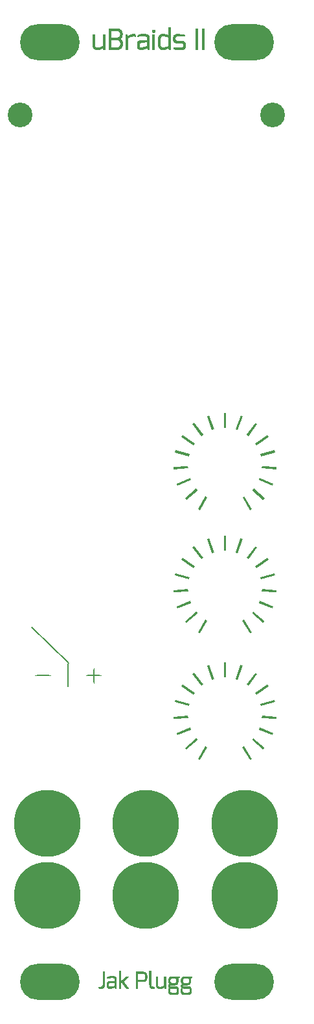
<source format=gts>
G04 DipTrace 3.2.0.1*
G04 uBraidsII_panel.GTS*
%MOIN*%
G04 #@! TF.FileFunction,Soldermask,Top*
G04 #@! TF.Part,Single*
%ADD12C,0.001*%
%ADD18C,0.003937*%
%ADD22C,0.007874*%
%ADD25C,0.127*%
%ADD30O,0.307213X0.185165*%
%ADD32C,0.342646*%
%FSLAX26Y26*%
G04*
G70*
G90*
G75*
G01*
G04 TopMask*
%LPD*%
D25*
X532735Y4962270D3*
X1832598D3*
D32*
X1182067Y954530D3*
X675281Y954610D3*
X674528Y1323210D3*
X1182140Y1323545D3*
X1689295Y1323360D3*
D30*
X1689000Y512058D3*
X689000D3*
D32*
X1689067Y953936D3*
D30*
X689000Y5334892D3*
X1689000D3*
G36*
X1450541Y2305593D2*
X1460434Y2299882D1*
X1498514Y2365839D1*
X1488621Y2371551D1*
X1450541Y2305593D1*
G37*
G36*
X1450598Y2936819D2*
X1460492Y2931109D1*
X1498572Y2997066D1*
X1488678Y3002777D1*
X1450598Y2936819D1*
G37*
G36*
X1384648Y2993352D2*
X1392181Y2984764D1*
X1449441Y3034978D1*
X1441909Y3043568D1*
X1384648Y2993352D1*
G37*
G36*
X1340369Y3068083D2*
X1344741Y3057529D1*
X1415104Y3086672D1*
X1410732Y3097228D1*
X1340369Y3068083D1*
G37*
G36*
X1384591Y2362125D2*
X1392123Y2353537D1*
X1449383Y2403752D1*
X1441852Y2412341D1*
X1384591Y2362125D1*
G37*
G36*
X1322461Y3153080D2*
X1323209Y3141681D1*
X1399206Y3146661D1*
X1398459Y3158062D1*
X1322461Y3153080D1*
G37*
G36*
X1332825Y3239323D2*
X1329869Y3228289D1*
X1403434Y3208576D1*
X1406391Y3219610D1*
X1332825Y3239323D1*
G37*
G36*
X1370361Y3317657D2*
X1364014Y3308160D1*
X1427340Y3265846D1*
X1433686Y3275344D1*
X1370361Y3317657D1*
G37*
G36*
X1340311Y2436856D2*
X1344684Y2426302D1*
X1415046Y2455446D1*
X1410675Y2466001D1*
X1340311Y2436856D1*
G37*
G36*
X1431085Y3379770D2*
X1422022Y3372815D1*
X1468386Y3312394D1*
X1477449Y3319348D1*
X1431085Y3379770D1*
G37*
G36*
X1508552Y3419066D2*
X1497734Y3415394D1*
X1522215Y3343276D1*
X1533033Y3346948D1*
X1508552Y3419066D1*
G37*
G36*
X1594539Y3431377D2*
X1583114D1*
Y3355217D1*
X1594539D1*
Y3431377D1*
G37*
G36*
X1322403Y2521853D2*
X1323151Y2510454D1*
X1399148Y2515434D1*
X1398402Y2526835D1*
X1322403Y2521853D1*
G37*
G36*
X1679920Y3415394D2*
X1669102Y3419066D1*
X1644621Y3346948D1*
X1655438Y3343276D1*
X1679920Y3415394D1*
G37*
G36*
X1755631Y3372815D2*
X1746568Y3379770D1*
X1700205Y3319348D1*
X1709268Y3312394D1*
X1755631Y3372815D1*
G37*
G36*
X1813639Y3308160D2*
X1807293Y3317657D1*
X1743967Y3275346D1*
X1750314Y3265846D1*
X1813639Y3308160D1*
G37*
G36*
X1332768Y2608097D2*
X1329811Y2597062D1*
X1403377Y2577350D1*
X1406333Y2588385D1*
X1332768Y2608097D1*
G37*
G36*
X1847785Y3228289D2*
X1844828Y3239323D1*
X1771262Y3219610D1*
X1774219Y3208576D1*
X1847785Y3228289D1*
G37*
G36*
X1854445Y3141681D2*
X1855193Y3153080D1*
X1779194Y3158062D1*
X1778448Y3146661D1*
X1854445Y3141681D1*
G37*
G36*
X1832913Y3057529D2*
X1837285Y3068083D1*
X1766921Y3097228D1*
X1762550Y3086672D1*
X1832913Y3057529D1*
G37*
G36*
X1370303Y2686432D2*
X1363957Y2676933D1*
X1427282Y2634619D1*
X1433629Y2644118D1*
X1370303Y2686432D1*
G37*
G36*
X1785472Y2984762D2*
X1793005Y2993352D1*
X1735745Y3043568D1*
X1728213Y3034978D1*
X1785472Y2984762D1*
G37*
G36*
X1717161Y2931109D2*
X1727055Y2936819D1*
X1688975Y3002777D1*
X1679081Y2997066D1*
X1717161Y2931109D1*
G37*
G36*
X1431028Y2748543D2*
X1421965Y2741589D1*
X1468328Y2681167D1*
X1477391Y2688121D1*
X1431028Y2748543D1*
G37*
G36*
X1508495Y2787840D2*
X1497676Y2784168D1*
X1522157Y2712049D1*
X1532975Y2715722D1*
X1508495Y2787840D1*
G37*
G36*
X1594482Y2800151D2*
X1583056D1*
Y2723990D1*
X1594482D1*
Y2800151D1*
G37*
G36*
X1679862Y2784168D2*
X1669045Y2787840D1*
X1644563Y2715722D1*
X1655381Y2712049D1*
X1679862Y2784168D1*
G37*
G36*
X1755573Y2741589D2*
X1746510Y2748543D1*
X1700147Y2688121D1*
X1709210Y2681167D1*
X1755573Y2741589D1*
G37*
G36*
X1813581Y2676933D2*
X1807235Y2686432D1*
X1743909Y2644119D1*
X1750256Y2634619D1*
X1813581Y2676933D1*
G37*
G36*
X1847727Y2597062D2*
X1844770Y2608097D1*
X1771205Y2588385D1*
X1774161Y2577350D1*
X1847727Y2597062D1*
G37*
G36*
X1854387Y2510454D2*
X1855135Y2521853D1*
X1779136Y2526835D1*
X1778390Y2515434D1*
X1854387Y2510454D1*
G37*
G36*
X1832856Y2426302D2*
X1837227Y2436856D1*
X1766864Y2466001D1*
X1762492Y2455446D1*
X1832856Y2426302D1*
G37*
G36*
X1785415Y2353535D2*
X1792948Y2362125D1*
X1735688Y2412341D1*
X1728155Y2403752D1*
X1785415Y2353535D1*
G37*
G36*
X1717104Y2299882D2*
X1726997Y2305593D1*
X1688917Y2371551D1*
X1679024Y2365839D1*
X1717104Y2299882D1*
G37*
X782307Y2027465D2*
D22*
Y2145575D1*
X943528Y2083055D2*
X881953D1*
X682543D2*
X620969D1*
X912740Y2113843D2*
Y2052268D1*
X782486Y2146735D2*
X593152Y2330399D1*
X782307Y2047150D2*
D18*
Y2125890D1*
X873370Y2083055D2*
X952110D1*
X912740Y2043685D2*
Y2122425D1*
X612386Y2083055D2*
X691126D1*
G36*
X1450541Y1655593D2*
X1460434Y1649882D1*
X1498514Y1715839D1*
X1488621Y1721551D1*
X1450541Y1655593D1*
G37*
G36*
X1384591Y1712125D2*
X1392123Y1703537D1*
X1449383Y1753752D1*
X1441852Y1762341D1*
X1384591Y1712125D1*
G37*
G36*
X1340311Y1786856D2*
X1344684Y1776302D1*
X1415046Y1805446D1*
X1410675Y1816001D1*
X1340311Y1786856D1*
G37*
G36*
X1322403Y1871853D2*
X1323151Y1860454D1*
X1399148Y1865434D1*
X1398402Y1876835D1*
X1322403Y1871853D1*
G37*
G36*
X1332768Y1958097D2*
X1329811Y1947062D1*
X1403377Y1927350D1*
X1406333Y1938385D1*
X1332768Y1958097D1*
G37*
G36*
X1370303Y2036432D2*
X1363957Y2026933D1*
X1427282Y1984619D1*
X1433629Y1994118D1*
X1370303Y2036432D1*
G37*
G36*
X1431028Y2098543D2*
X1421965Y2091589D1*
X1468328Y2031167D1*
X1477391Y2038121D1*
X1431028Y2098543D1*
G37*
G36*
X1508495Y2137840D2*
X1497676Y2134168D1*
X1522157Y2062049D1*
X1532975Y2065722D1*
X1508495Y2137840D1*
G37*
G36*
X1594482Y2150151D2*
X1583056D1*
Y2073990D1*
X1594482D1*
Y2150151D1*
G37*
G36*
X1679862Y2134168D2*
X1669045Y2137840D1*
X1644563Y2065722D1*
X1655381Y2062049D1*
X1679862Y2134168D1*
G37*
G36*
X1755573Y2091589D2*
X1746510Y2098543D1*
X1700147Y2038121D1*
X1709210Y2031167D1*
X1755573Y2091589D1*
G37*
G36*
X1813581Y2026933D2*
X1807235Y2036432D1*
X1743909Y1994119D1*
X1750256Y1984619D1*
X1813581Y2026933D1*
G37*
G36*
X1847727Y1947062D2*
X1844770Y1958097D1*
X1771205Y1938385D1*
X1774161Y1927350D1*
X1847727Y1947062D1*
G37*
G36*
X1854387Y1860454D2*
X1855135Y1871853D1*
X1779136Y1876835D1*
X1778390Y1865434D1*
X1854387Y1860454D1*
G37*
G36*
X1832856Y1776302D2*
X1837227Y1786856D1*
X1766864Y1816001D1*
X1762492Y1805446D1*
X1832856Y1776302D1*
G37*
G36*
X1785415Y1703535D2*
X1792948Y1712125D1*
X1735688Y1762341D1*
X1728155Y1753752D1*
X1785415Y1703535D1*
G37*
G36*
X1717104Y1649882D2*
X1726997Y1655593D1*
X1688917Y1721551D1*
X1679024Y1715839D1*
X1717104Y1649882D1*
G37*
X1296883Y5411948D2*
D12*
X1306883D1*
X1296883Y5410948D2*
X1306883D1*
X1296883Y5409948D2*
X1306883D1*
X1296883Y5408948D2*
X1306883D1*
X1296883Y5407948D2*
X1306883D1*
X1296883Y5406948D2*
X1306883D1*
X1296883Y5405948D2*
X1306883D1*
X990883Y5404948D2*
X1034883D1*
X1296883D2*
X1306883D1*
X1438883D2*
X1448883D1*
X1469883D2*
X1479883D1*
X990883Y5403948D2*
X1039068D1*
X1296883D2*
X1306883D1*
X1438883D2*
X1448883D1*
X1469883D2*
X1479883D1*
X990883Y5402948D2*
X1042479D1*
X1296883D2*
X1306883D1*
X1438883D2*
X1448883D1*
X1469883D2*
X1479883D1*
X990883Y5401948D2*
X1045118D1*
X1296883D2*
X1306883D1*
X1438883D2*
X1448883D1*
X1469883D2*
X1479883D1*
X990883Y5400948D2*
X1047196D1*
X1296883D2*
X1306883D1*
X1438883D2*
X1448883D1*
X1469883D2*
X1479883D1*
X990883Y5399948D2*
X1048917D1*
X1296883D2*
X1306883D1*
X1438883D2*
X1448883D1*
X1469883D2*
X1479883D1*
X990883Y5398948D2*
X1050359D1*
X1214883D2*
X1225883D1*
X1296883D2*
X1306883D1*
X1438883D2*
X1448883D1*
X1469883D2*
X1479883D1*
X990883Y5397948D2*
X1051498D1*
X1214422D2*
X1226345D1*
X1296883D2*
X1306883D1*
X1438883D2*
X1448883D1*
X1469883D2*
X1479883D1*
X990883Y5396948D2*
X1052383D1*
X1214134D2*
X1226632D1*
X1296883D2*
X1306883D1*
X1438883D2*
X1448883D1*
X1469883D2*
X1479883D1*
X990883Y5395948D2*
X1053147D1*
X1213989D2*
X1226777D1*
X1296883D2*
X1306883D1*
X1438883D2*
X1448883D1*
X1469883D2*
X1479883D1*
X990883Y5394948D2*
X1053863D1*
X1213925D2*
X1226842D1*
X1296883D2*
X1306883D1*
X1438883D2*
X1448883D1*
X1469883D2*
X1479883D1*
X990883Y5393948D2*
X1000883D1*
X1035603D2*
X1054504D1*
X1213899D2*
X1226868D1*
X1296883D2*
X1306883D1*
X1438883D2*
X1448883D1*
X1469883D2*
X1479883D1*
X990883Y5392948D2*
X1000883D1*
X1038853D2*
X1055077D1*
X1213889D2*
X1226878D1*
X1296883D2*
X1306883D1*
X1438883D2*
X1448883D1*
X1469883D2*
X1479883D1*
X990883Y5391948D2*
X1000883D1*
X1041376D2*
X1055611D1*
X1213885D2*
X1226881D1*
X1296883D2*
X1306883D1*
X1438883D2*
X1448883D1*
X1469883D2*
X1479883D1*
X990883Y5390948D2*
X1000883D1*
X1043209D2*
X1056124D1*
X1213884D2*
X1226883D1*
X1296883D2*
X1306883D1*
X1438883D2*
X1448883D1*
X1469883D2*
X1479883D1*
X990883Y5389948D2*
X1000883D1*
X1044571D2*
X1056627D1*
X1213883D2*
X1226879D1*
X1296883D2*
X1306883D1*
X1438883D2*
X1448883D1*
X1469883D2*
X1479883D1*
X990883Y5388948D2*
X1000883D1*
X1045608D2*
X1057097D1*
X1213891D2*
X1226840D1*
X1296883D2*
X1306883D1*
X1438883D2*
X1448883D1*
X1469883D2*
X1479883D1*
X990883Y5387948D2*
X1000883D1*
X1046400D2*
X1057502D1*
X1213967D2*
X1226674D1*
X1296883D2*
X1306883D1*
X1438883D2*
X1448883D1*
X1469883D2*
X1479883D1*
X990883Y5386948D2*
X1000883D1*
X1047037D2*
X1057854D1*
X1214149D2*
X1226272D1*
X1296883D2*
X1306883D1*
X1438883D2*
X1448883D1*
X1469883D2*
X1479883D1*
X990883Y5385948D2*
X1000883D1*
X1047593D2*
X1058207D1*
X1214928D2*
X1225632D1*
X1296883D2*
X1306883D1*
X1438883D2*
X1448883D1*
X1469883D2*
X1479883D1*
X990883Y5384948D2*
X1000883D1*
X1048080D2*
X1058513D1*
X1215883D2*
X1224883D1*
X1296883D2*
X1306883D1*
X1438883D2*
X1448883D1*
X1469883D2*
X1479883D1*
X990883Y5383948D2*
X1000883D1*
X1048458D2*
X1058708D1*
X1296883D2*
X1306883D1*
X1438883D2*
X1448883D1*
X1469883D2*
X1479883D1*
X990883Y5382948D2*
X1000883D1*
X1048686D2*
X1058812D1*
X1296883D2*
X1306883D1*
X1438883D2*
X1448883D1*
X1469883D2*
X1479883D1*
X990883Y5381948D2*
X1000883D1*
X1048804D2*
X1058893D1*
X1296883D2*
X1306883D1*
X1438883D2*
X1448883D1*
X1469883D2*
X1479883D1*
X990883Y5380948D2*
X1000883D1*
X1048890D2*
X1059039D1*
X1296883D2*
X1306883D1*
X1438883D2*
X1448883D1*
X1469883D2*
X1479883D1*
X990883Y5379948D2*
X1000883D1*
X1049038D2*
X1059285D1*
X1296883D2*
X1306883D1*
X1438883D2*
X1448883D1*
X1469883D2*
X1479883D1*
X990883Y5378948D2*
X1000883D1*
X1049281D2*
X1059544D1*
X1296883D2*
X1306883D1*
X1438883D2*
X1448883D1*
X1469883D2*
X1479883D1*
X990883Y5377948D2*
X1000883D1*
X1049505D2*
X1059716D1*
X1296883D2*
X1306883D1*
X1438883D2*
X1448883D1*
X1469883D2*
X1479883D1*
X990883Y5376948D2*
X1000883D1*
X1049553D2*
X1059774D1*
X1174883D2*
X1177883D1*
X1296883D2*
X1306883D1*
X1438883D2*
X1448883D1*
X1469883D2*
X1479883D1*
X990883Y5375948D2*
X1000883D1*
X1049407D2*
X1059689D1*
X1109883D2*
X1122883D1*
X1156883D2*
X1182030D1*
X1260883D2*
X1275883D1*
X1296883D2*
X1306883D1*
X1336883D2*
X1352883D1*
X1438883D2*
X1448883D1*
X1469883D2*
X1479883D1*
X906883Y5374948D2*
X916883D1*
X959883D2*
X969883D1*
X990883D2*
X1000883D1*
X1049193D2*
X1059467D1*
X1075883D2*
X1082883D1*
X1106464D2*
X1124268D1*
X1150945D2*
X1185313D1*
X1214883D2*
X1224883D1*
X1258464D2*
X1280963D1*
X1296871D2*
X1306883D1*
X1333777D2*
X1367883D1*
X1438883D2*
X1448883D1*
X1469883D2*
X1479883D1*
X906883Y5373948D2*
X916883D1*
X959883D2*
X969883D1*
X990883D2*
X1000883D1*
X1049036D2*
X1059217D1*
X1075883D2*
X1083229D1*
X1103344D2*
X1125294D1*
X1146028D2*
X1187713D1*
X1214883D2*
X1224883D1*
X1256344D2*
X1285535D1*
X1296757D2*
X1306883D1*
X1331195D2*
X1373303D1*
X1438883D2*
X1448883D1*
X1469883D2*
X1479883D1*
X906883Y5372948D2*
X916883D1*
X959883D2*
X969883D1*
X990883D2*
X1000883D1*
X1048946D2*
X1059045D1*
X1075883D2*
X1083562D1*
X1100608D2*
X1125607D1*
X1142598D2*
X1189529D1*
X1214883D2*
X1224883D1*
X1254604D2*
X1289816D1*
X1296485D2*
X1306883D1*
X1329176D2*
X1377397D1*
X1438883D2*
X1448883D1*
X1469883D2*
X1479883D1*
X906883Y5371948D2*
X916883D1*
X959883D2*
X969883D1*
X990883D2*
X1000883D1*
X1048871D2*
X1058953D1*
X1075883D2*
X1083879D1*
X1098242D2*
X1125769D1*
X1140213D2*
X1191045D1*
X1214883D2*
X1224883D1*
X1253202D2*
X1294249D1*
X1295316D2*
X1306883D1*
X1327657D2*
X1378941D1*
X1438883D2*
X1448883D1*
X1469883D2*
X1479883D1*
X906883Y5370948D2*
X916883D1*
X959883D2*
X969883D1*
X990883D2*
X1000883D1*
X1048727D2*
X1058907D1*
X1075883D2*
X1084220D1*
X1096180D2*
X1125840D1*
X1139386D2*
X1192302D1*
X1214883D2*
X1224883D1*
X1252017D2*
X1306883D1*
X1326560D2*
X1379550D1*
X1438883D2*
X1448883D1*
X1469883D2*
X1479883D1*
X906883Y5369948D2*
X916883D1*
X959883D2*
X969883D1*
X990883D2*
X1000883D1*
X1048477D2*
X1058855D1*
X1075883D2*
X1084568D1*
X1094331D2*
X1125868D1*
X1139113D2*
X1193283D1*
X1214883D2*
X1224883D1*
X1250972D2*
X1306883D1*
X1325697D2*
X1379735D1*
X1438883D2*
X1448883D1*
X1469883D2*
X1479883D1*
X906883Y5368948D2*
X916883D1*
X959883D2*
X969883D1*
X990883D2*
X1000883D1*
X1048179D2*
X1058720D1*
X1075883D2*
X1085002D1*
X1092480D2*
X1125878D1*
X1138975D2*
X1194102D1*
X1214883D2*
X1224883D1*
X1250072D2*
X1306883D1*
X1324967D2*
X1379825D1*
X1438883D2*
X1448883D1*
X1469883D2*
X1479883D1*
X906883Y5367948D2*
X916883D1*
X959883D2*
X969883D1*
X990883D2*
X1000883D1*
X1047841D2*
X1058475D1*
X1075883D2*
X1085617D1*
X1090334D2*
X1125881D1*
X1138917D2*
X1194845D1*
X1214883D2*
X1224883D1*
X1249335D2*
X1306883D1*
X1324404D2*
X1379862D1*
X1438883D2*
X1448883D1*
X1469883D2*
X1479883D1*
X906883Y5366948D2*
X916883D1*
X959883D2*
X969883D1*
X990883D2*
X1000883D1*
X1047377D2*
X1058182D1*
X1075883D2*
X1087135D1*
X1087744D2*
X1125883D1*
X1138895D2*
X1195493D1*
X1214883D2*
X1224883D1*
X1248718D2*
X1306883D1*
X1323972D2*
X1379876D1*
X1438883D2*
X1448883D1*
X1469883D2*
X1479883D1*
X906883Y5365948D2*
X916883D1*
X959883D2*
X969883D1*
X990883D2*
X1000883D1*
X1046796D2*
X1057876D1*
X1075883D2*
X1125883D1*
X1138887D2*
X1159883D1*
X1179641D2*
X1196039D1*
X1214883D2*
X1224883D1*
X1248166D2*
X1306883D1*
X1323583D2*
X1379883D1*
X1438883D2*
X1448883D1*
X1469883D2*
X1479883D1*
X906883Y5364948D2*
X916883D1*
X959883D2*
X969883D1*
X990883D2*
X1000883D1*
X1046142D2*
X1057509D1*
X1075883D2*
X1109126D1*
X1123883D2*
X1125883D1*
X1138883D2*
X1142883D1*
X1182023D2*
X1196479D1*
X1214883D2*
X1224883D1*
X1247646D2*
X1262080D1*
X1281629D2*
X1306883D1*
X1323258D2*
X1336118D1*
X1438883D2*
X1448883D1*
X1469883D2*
X1479883D1*
X906883Y5363948D2*
X916883D1*
X959883D2*
X969883D1*
X990883D2*
X1000883D1*
X1045296D2*
X1057078D1*
X1075883D2*
X1104747D1*
X1183821D2*
X1196846D1*
X1214883D2*
X1224883D1*
X1247141D2*
X1260499D1*
X1286890D2*
X1306883D1*
X1323022D2*
X1334665D1*
X1438883D2*
X1448883D1*
X1469883D2*
X1479883D1*
X906883Y5362948D2*
X916883D1*
X959883D2*
X969883D1*
X990883D2*
X1000883D1*
X1044090D2*
X1056612D1*
X1075883D2*
X1100985D1*
X1185046D2*
X1197204D1*
X1214883D2*
X1224883D1*
X1246670D2*
X1259199D1*
X1291153D2*
X1306883D1*
X1322792D2*
X1333609D1*
X1438883D2*
X1448883D1*
X1469883D2*
X1479883D1*
X906883Y5361948D2*
X916883D1*
X959883D2*
X969883D1*
X990883D2*
X1000883D1*
X1042530D2*
X1056125D1*
X1075883D2*
X1097887D1*
X1185892D2*
X1197512D1*
X1214883D2*
X1224883D1*
X1246265D2*
X1258164D1*
X1294511D2*
X1306883D1*
X1322507D2*
X1332869D1*
X1438883D2*
X1448883D1*
X1469883D2*
X1479883D1*
X906883Y5360948D2*
X916883D1*
X959883D2*
X969883D1*
X990883D2*
X1000883D1*
X1040739D2*
X1055627D1*
X1075883D2*
X1095281D1*
X1186537D2*
X1197708D1*
X1214883D2*
X1224883D1*
X1245912D2*
X1257337D1*
X1295942D2*
X1306883D1*
X1322232D2*
X1332380D1*
X1438883D2*
X1448883D1*
X1469883D2*
X1479883D1*
X906883Y5359948D2*
X916883D1*
X959883D2*
X969883D1*
X990883D2*
X1000883D1*
X1038831D2*
X1055089D1*
X1075883D2*
X1092900D1*
X1187060D2*
X1197808D1*
X1214883D2*
X1224883D1*
X1245560D2*
X1256605D1*
X1296446D2*
X1306883D1*
X1322050D2*
X1332107D1*
X1438883D2*
X1448883D1*
X1469883D2*
X1479883D1*
X906883Y5358948D2*
X916883D1*
X959883D2*
X969883D1*
X990883D2*
X1054424D1*
X1075883D2*
X1090629D1*
X1187451D2*
X1197854D1*
X1214883D2*
X1224883D1*
X1245249D2*
X1255931D1*
X1296705D2*
X1306883D1*
X1321955D2*
X1331976D1*
X1438883D2*
X1448883D1*
X1469883D2*
X1479883D1*
X906883Y5357948D2*
X916883D1*
X959883D2*
X969883D1*
X990883D2*
X1053517D1*
X1075883D2*
X1088664D1*
X1187684D2*
X1197872D1*
X1214883D2*
X1224883D1*
X1245019D2*
X1255391D1*
X1296816D2*
X1306883D1*
X1321912D2*
X1331919D1*
X1438883D2*
X1448883D1*
X1469883D2*
X1479883D1*
X906883Y5356948D2*
X916883D1*
X959883D2*
X969883D1*
X990883D2*
X1052356D1*
X1075883D2*
X1087063D1*
X1187799D2*
X1197879D1*
X1214883D2*
X1224883D1*
X1244791D2*
X1254967D1*
X1296859D2*
X1306883D1*
X1321894D2*
X1331896D1*
X1438883D2*
X1448883D1*
X1469883D2*
X1479883D1*
X906883Y5355948D2*
X916883D1*
X959883D2*
X969883D1*
X990883D2*
X1051021D1*
X1075883D2*
X1086354D1*
X1187851D2*
X1197882D1*
X1214883D2*
X1224883D1*
X1244507D2*
X1254582D1*
X1296875D2*
X1306883D1*
X1321887D2*
X1331888D1*
X1438883D2*
X1448883D1*
X1469883D2*
X1479883D1*
X906883Y5354948D2*
X916883D1*
X959883D2*
X969883D1*
X990883D2*
X1049619D1*
X1075883D2*
X1086102D1*
X1187871D2*
X1197883D1*
X1214883D2*
X1224883D1*
X1244232D2*
X1254261D1*
X1296880D2*
X1306883D1*
X1321885D2*
X1331885D1*
X1438883D2*
X1448883D1*
X1469883D2*
X1479883D1*
X906883Y5353948D2*
X916883D1*
X959883D2*
X969883D1*
X990883D2*
X1048231D1*
X1075883D2*
X1085973D1*
X1187879D2*
X1197883D1*
X1214883D2*
X1224883D1*
X1244046D2*
X1254057D1*
X1296882D2*
X1306883D1*
X1321884D2*
X1331884D1*
X1438883D2*
X1448883D1*
X1469883D2*
X1479883D1*
X906883Y5352948D2*
X916883D1*
X959883D2*
X969883D1*
X990883D2*
X1046883D1*
X1075883D2*
X1085917D1*
X1187882D2*
X1197883D1*
X1214883D2*
X1224883D1*
X1243916D2*
X1253920D1*
X1296883D2*
X1306883D1*
X1321883D2*
X1331883D1*
X1438883D2*
X1448883D1*
X1469883D2*
X1479883D1*
X906883Y5351948D2*
X916883D1*
X959883D2*
X969883D1*
X990883D2*
X1048687D1*
X1075883D2*
X1085895D1*
X1187883D2*
X1197883D1*
X1214883D2*
X1224883D1*
X1243745D2*
X1253747D1*
X1296883D2*
X1306883D1*
X1321883D2*
X1331883D1*
X1438883D2*
X1448883D1*
X1469883D2*
X1479883D1*
X906883Y5350948D2*
X916883D1*
X959883D2*
X969883D1*
X990883D2*
X1050272D1*
X1075883D2*
X1085887D1*
X1187883D2*
X1197883D1*
X1214883D2*
X1224883D1*
X1243488D2*
X1253488D1*
X1296883D2*
X1306883D1*
X1321883D2*
X1331883D1*
X1438883D2*
X1448883D1*
X1469883D2*
X1479883D1*
X906883Y5349948D2*
X916883D1*
X959883D2*
X969883D1*
X990883D2*
X1051606D1*
X1075883D2*
X1085885D1*
X1187883D2*
X1197883D1*
X1214883D2*
X1224883D1*
X1243225D2*
X1253225D1*
X1296883D2*
X1306883D1*
X1321883D2*
X1331887D1*
X1438883D2*
X1448883D1*
X1469883D2*
X1479883D1*
X906883Y5348948D2*
X916883D1*
X959883D2*
X969883D1*
X990883D2*
X1052765D1*
X1075883D2*
X1085884D1*
X1187883D2*
X1197883D1*
X1214883D2*
X1224883D1*
X1243048D2*
X1253048D1*
X1296883D2*
X1306883D1*
X1321883D2*
X1331922D1*
X1438883D2*
X1448883D1*
X1469883D2*
X1479883D1*
X906883Y5347948D2*
X916883D1*
X959883D2*
X969883D1*
X990883D2*
X1000883D1*
X1035448D2*
X1053800D1*
X1075883D2*
X1085883D1*
X1187883D2*
X1197883D1*
X1214883D2*
X1224883D1*
X1242954D2*
X1252954D1*
X1296883D2*
X1306883D1*
X1321887D2*
X1332054D1*
X1438883D2*
X1448883D1*
X1469883D2*
X1479883D1*
X906883Y5346948D2*
X916883D1*
X959883D2*
X969883D1*
X990883D2*
X1000883D1*
X1038451D2*
X1054697D1*
X1075883D2*
X1085883D1*
X1187883D2*
X1197883D1*
X1214883D2*
X1224883D1*
X1242911D2*
X1252911D1*
X1296883D2*
X1306883D1*
X1321922D2*
X1332332D1*
X1438883D2*
X1448883D1*
X1469883D2*
X1479883D1*
X906883Y5345948D2*
X916883D1*
X959883D2*
X969883D1*
X990883D2*
X1000883D1*
X1040714D2*
X1055432D1*
X1075883D2*
X1085883D1*
X1187883D2*
X1197883D1*
X1214883D2*
X1224883D1*
X1242894D2*
X1252894D1*
X1296883D2*
X1306883D1*
X1322050D2*
X1332763D1*
X1438883D2*
X1448883D1*
X1469883D2*
X1479883D1*
X906883Y5344948D2*
X916883D1*
X959883D2*
X969883D1*
X990883D2*
X1000883D1*
X1042377D2*
X1056048D1*
X1075883D2*
X1085883D1*
X1187883D2*
X1197883D1*
X1214883D2*
X1224883D1*
X1242887D2*
X1252887D1*
X1296883D2*
X1306883D1*
X1322289D2*
X1333421D1*
X1438883D2*
X1448883D1*
X1469883D2*
X1479883D1*
X906883Y5343948D2*
X916883D1*
X959883D2*
X969883D1*
X990883D2*
X1000883D1*
X1043676D2*
X1056597D1*
X1075883D2*
X1085883D1*
X1149883D2*
X1197883D1*
X1214883D2*
X1224883D1*
X1242884D2*
X1252884D1*
X1296883D2*
X1306883D1*
X1322550D2*
X1334509D1*
X1438883D2*
X1448883D1*
X1469883D2*
X1479883D1*
X906883Y5342948D2*
X916883D1*
X959883D2*
X969883D1*
X990883D2*
X1000883D1*
X1044768D2*
X1057085D1*
X1075883D2*
X1085883D1*
X1147464D2*
X1197883D1*
X1214883D2*
X1224883D1*
X1242884D2*
X1252884D1*
X1296883D2*
X1306883D1*
X1322759D2*
X1336193D1*
X1438883D2*
X1448883D1*
X1469883D2*
X1479883D1*
X906883Y5341948D2*
X916883D1*
X959883D2*
X969883D1*
X990883D2*
X1000883D1*
X1045685D2*
X1057498D1*
X1075883D2*
X1085883D1*
X1145344D2*
X1197883D1*
X1214883D2*
X1224883D1*
X1242883D2*
X1252883D1*
X1296883D2*
X1306883D1*
X1322983D2*
X1338417D1*
X1438883D2*
X1448883D1*
X1469883D2*
X1479883D1*
X906883Y5340948D2*
X916883D1*
X959883D2*
X969883D1*
X990883D2*
X1000883D1*
X1046429D2*
X1057853D1*
X1075883D2*
X1085883D1*
X1143604D2*
X1197883D1*
X1214883D2*
X1224883D1*
X1242883D2*
X1252883D1*
X1296883D2*
X1306883D1*
X1323300D2*
X1370883D1*
X1438883D2*
X1448883D1*
X1469883D2*
X1479883D1*
X906883Y5339948D2*
X916883D1*
X959883D2*
X969883D1*
X990883D2*
X1000883D1*
X1047047D2*
X1058206D1*
X1075883D2*
X1085883D1*
X1142206D2*
X1197883D1*
X1214883D2*
X1224883D1*
X1242883D2*
X1252883D1*
X1296883D2*
X1306883D1*
X1323706D2*
X1373182D1*
X1438883D2*
X1448883D1*
X1469883D2*
X1479883D1*
X906883Y5338948D2*
X916883D1*
X959883D2*
X969883D1*
X990883D2*
X1000883D1*
X1047596D2*
X1058517D1*
X1075883D2*
X1085883D1*
X1141052D2*
X1197883D1*
X1214883D2*
X1224883D1*
X1242883D2*
X1252883D1*
X1296883D2*
X1306883D1*
X1324165D2*
X1375148D1*
X1438883D2*
X1448883D1*
X1469883D2*
X1479883D1*
X906883Y5337948D2*
X916883D1*
X959883D2*
X969883D1*
X990883D2*
X1000883D1*
X1048081D2*
X1058747D1*
X1075883D2*
X1085883D1*
X1140103D2*
X1197883D1*
X1214883D2*
X1224883D1*
X1242883D2*
X1252883D1*
X1296883D2*
X1306883D1*
X1324683D2*
X1376740D1*
X1438883D2*
X1448883D1*
X1469883D2*
X1479883D1*
X906883Y5336948D2*
X916883D1*
X959883D2*
X969883D1*
X990883D2*
X1000883D1*
X1048463D2*
X1058975D1*
X1075883D2*
X1085883D1*
X1139346D2*
X1197883D1*
X1214883D2*
X1224883D1*
X1242883D2*
X1252883D1*
X1296883D2*
X1306883D1*
X1325311D2*
X1377984D1*
X1438883D2*
X1448883D1*
X1469883D2*
X1479883D1*
X906883Y5335948D2*
X916883D1*
X959883D2*
X969883D1*
X990883D2*
X1000883D1*
X1048725D2*
X1059260D1*
X1075883D2*
X1085883D1*
X1138722D2*
X1197883D1*
X1214883D2*
X1224883D1*
X1242883D2*
X1252883D1*
X1296883D2*
X1306883D1*
X1326127D2*
X1378994D1*
X1438883D2*
X1448883D1*
X1469883D2*
X1479883D1*
X906883Y5334948D2*
X916883D1*
X959883D2*
X969883D1*
X990883D2*
X1000883D1*
X1048967D2*
X1059535D1*
X1075883D2*
X1085883D1*
X1138171D2*
X1173883D1*
X1187883D2*
X1197883D1*
X1214883D2*
X1224883D1*
X1242883D2*
X1252883D1*
X1296883D2*
X1306883D1*
X1327230D2*
X1379911D1*
X1438883D2*
X1448883D1*
X1469883D2*
X1479883D1*
X906883Y5333948D2*
X916883D1*
X959883D2*
X969883D1*
X990883D2*
X1000883D1*
X1049257D2*
X1059716D1*
X1075883D2*
X1085883D1*
X1137685D2*
X1161104D1*
X1187883D2*
X1197883D1*
X1214883D2*
X1224883D1*
X1242883D2*
X1252883D1*
X1296883D2*
X1306883D1*
X1328866D2*
X1380713D1*
X1438883D2*
X1448883D1*
X1469883D2*
X1479883D1*
X906883Y5332948D2*
X916883D1*
X959883D2*
X969883D1*
X990883D2*
X1000883D1*
X1049534D2*
X1059811D1*
X1075883D2*
X1085883D1*
X1137304D2*
X1155763D1*
X1187883D2*
X1197883D1*
X1214883D2*
X1224883D1*
X1242883D2*
X1252883D1*
X1296883D2*
X1306883D1*
X1331373D2*
X1381322D1*
X1438883D2*
X1448883D1*
X1469883D2*
X1479883D1*
X906883Y5331948D2*
X916883D1*
X959883D2*
X969883D1*
X990883D2*
X1000883D1*
X1049716D2*
X1059855D1*
X1075883D2*
X1085883D1*
X1137041D2*
X1152163D1*
X1187883D2*
X1197883D1*
X1214883D2*
X1224883D1*
X1242883D2*
X1252883D1*
X1296883D2*
X1306883D1*
X1334859D2*
X1381778D1*
X1438883D2*
X1448883D1*
X1469883D2*
X1479883D1*
X906883Y5330948D2*
X916883D1*
X959883D2*
X969883D1*
X990883D2*
X1000883D1*
X1049811D2*
X1059873D1*
X1075883D2*
X1085883D1*
X1136800D2*
X1149890D1*
X1187883D2*
X1197883D1*
X1214883D2*
X1224883D1*
X1242883D2*
X1252883D1*
X1296883D2*
X1306883D1*
X1338883D2*
X1382181D1*
X1438883D2*
X1448883D1*
X1469883D2*
X1479883D1*
X906883Y5329948D2*
X916883D1*
X959883D2*
X969883D1*
X990883D2*
X1000883D1*
X1049855D2*
X1059879D1*
X1075883D2*
X1085883D1*
X1136510D2*
X1148257D1*
X1187883D2*
X1197883D1*
X1214883D2*
X1224883D1*
X1242883D2*
X1252883D1*
X1296883D2*
X1306883D1*
X1369649D2*
X1382541D1*
X1438883D2*
X1448883D1*
X1469883D2*
X1479883D1*
X906883Y5328948D2*
X916883D1*
X959883D2*
X969883D1*
X990883D2*
X1000883D1*
X1049873D2*
X1059882D1*
X1075883D2*
X1085883D1*
X1136233D2*
X1147548D1*
X1187883D2*
X1197883D1*
X1214883D2*
X1224883D1*
X1242883D2*
X1252883D1*
X1296883D2*
X1306883D1*
X1371101D2*
X1382871D1*
X1438883D2*
X1448883D1*
X1469883D2*
X1479883D1*
X906883Y5327948D2*
X916883D1*
X959883D2*
X969883D1*
X990883D2*
X1000883D1*
X1049879D2*
X1059883D1*
X1075883D2*
X1085883D1*
X1136051D2*
X1147032D1*
X1187883D2*
X1197883D1*
X1214883D2*
X1224883D1*
X1242883D2*
X1252887D1*
X1296883D2*
X1306883D1*
X1372157D2*
X1383213D1*
X1438883D2*
X1448883D1*
X1469883D2*
X1479883D1*
X906883Y5326948D2*
X916883D1*
X959883D2*
X969883D1*
X990883D2*
X1000883D1*
X1049882D2*
X1059883D1*
X1075883D2*
X1085883D1*
X1135955D2*
X1146606D1*
X1187883D2*
X1197883D1*
X1214883D2*
X1224883D1*
X1242887D2*
X1252922D1*
X1296883D2*
X1306883D1*
X1372897D2*
X1383516D1*
X1438883D2*
X1448883D1*
X1469883D2*
X1479883D1*
X906883Y5325948D2*
X916883D1*
X959883D2*
X969883D1*
X990883D2*
X1000883D1*
X1049883D2*
X1059883D1*
X1075883D2*
X1085883D1*
X1135912D2*
X1146270D1*
X1187883D2*
X1197883D1*
X1214883D2*
X1224883D1*
X1242922D2*
X1253050D1*
X1296883D2*
X1306883D1*
X1373387D2*
X1383709D1*
X1438883D2*
X1448883D1*
X1469883D2*
X1479883D1*
X906883Y5324948D2*
X916883D1*
X959883D2*
X969883D1*
X990883D2*
X1000883D1*
X1049879D2*
X1059883D1*
X1075883D2*
X1085883D1*
X1135894D2*
X1146064D1*
X1187883D2*
X1197883D1*
X1214883D2*
X1224883D1*
X1243050D2*
X1253289D1*
X1296883D2*
X1306883D1*
X1373660D2*
X1383809D1*
X1438883D2*
X1448883D1*
X1469883D2*
X1479883D1*
X906883Y5323948D2*
X916883D1*
X959883D2*
X969883D1*
X990883D2*
X1000883D1*
X1049844D2*
X1059883D1*
X1075883D2*
X1085883D1*
X1135887D2*
X1145960D1*
X1187883D2*
X1197883D1*
X1214883D2*
X1224883D1*
X1243289D2*
X1253546D1*
X1296883D2*
X1306883D1*
X1373791D2*
X1383854D1*
X1438883D2*
X1448883D1*
X1469883D2*
X1479883D1*
X906883Y5322948D2*
X916883D1*
X959883D2*
X969883D1*
X990883D2*
X1000883D1*
X1049717D2*
X1059879D1*
X1075883D2*
X1085883D1*
X1135885D2*
X1145913D1*
X1187883D2*
X1197883D1*
X1214883D2*
X1224883D1*
X1243546D2*
X1253724D1*
X1296883D2*
X1306883D1*
X1373848D2*
X1383872D1*
X1438883D2*
X1448883D1*
X1469883D2*
X1479883D1*
X906883Y5321948D2*
X916883D1*
X959883D2*
X969883D1*
X990883D2*
X1000883D1*
X1049477D2*
X1059844D1*
X1075883D2*
X1085883D1*
X1135884D2*
X1145894D1*
X1187883D2*
X1197883D1*
X1214883D2*
X1224883D1*
X1243724D2*
X1253852D1*
X1296883D2*
X1306883D1*
X1373870D2*
X1383879D1*
X1438883D2*
X1448883D1*
X1469883D2*
X1479883D1*
X906883Y5320948D2*
X916883D1*
X959883D2*
X969883D1*
X990883D2*
X1000883D1*
X1049217D2*
X1059717D1*
X1075883D2*
X1085883D1*
X1135883D2*
X1145887D1*
X1187883D2*
X1197883D1*
X1214883D2*
X1224883D1*
X1243852D2*
X1254022D1*
X1296883D2*
X1306883D1*
X1373879D2*
X1383882D1*
X1438883D2*
X1448883D1*
X1469883D2*
X1479883D1*
X906883Y5319948D2*
X916883D1*
X959883D2*
X969883D1*
X990883D2*
X1000883D1*
X1049007D2*
X1059477D1*
X1075883D2*
X1085883D1*
X1135883D2*
X1145885D1*
X1187883D2*
X1197883D1*
X1214883D2*
X1224883D1*
X1244022D2*
X1254283D1*
X1296883D2*
X1306883D1*
X1373882D2*
X1383883D1*
X1438883D2*
X1448883D1*
X1469883D2*
X1479883D1*
X906883Y5318948D2*
X916887D1*
X959879D2*
X969883D1*
X990883D2*
X1000883D1*
X1048783D2*
X1059217D1*
X1075883D2*
X1085883D1*
X1135883D2*
X1145884D1*
X1187883D2*
X1197883D1*
X1214883D2*
X1224883D1*
X1244279D2*
X1254581D1*
X1296883D2*
X1306883D1*
X1373883D2*
X1383883D1*
X1438883D2*
X1448883D1*
X1469883D2*
X1479883D1*
X906883Y5317948D2*
X916922D1*
X959836D2*
X969883D1*
X990883D2*
X1000883D1*
X1048462D2*
X1059007D1*
X1075883D2*
X1085883D1*
X1135883D2*
X1145883D1*
X1187871D2*
X1197883D1*
X1214883D2*
X1224883D1*
X1244546D2*
X1254889D1*
X1296879D2*
X1306883D1*
X1373883D2*
X1383883D1*
X1438883D2*
X1448883D1*
X1469883D2*
X1479883D1*
X906887Y5316948D2*
X917054D1*
X959731D2*
X969883D1*
X990883D2*
X1000883D1*
X1048022D2*
X1058787D1*
X1075883D2*
X1085883D1*
X1135883D2*
X1145887D1*
X1187754D2*
X1197883D1*
X1214883D2*
X1224883D1*
X1244758D2*
X1255257D1*
X1296836D2*
X1306883D1*
X1373883D2*
X1383883D1*
X1438883D2*
X1448883D1*
X1469883D2*
X1479883D1*
X906922Y5315948D2*
X917328D1*
X959209D2*
X969883D1*
X990883D2*
X1000883D1*
X1047435D2*
X1058501D1*
X1075883D2*
X1085883D1*
X1135883D2*
X1145922D1*
X1187473D2*
X1197883D1*
X1214883D2*
X1224883D1*
X1244983D2*
X1255688D1*
X1296731D2*
X1306883D1*
X1373879D2*
X1383883D1*
X1438883D2*
X1448883D1*
X1469883D2*
X1479883D1*
X907050Y5314948D2*
X917716D1*
X957871D2*
X969883D1*
X990883D2*
X1000883D1*
X1046677D2*
X1058192D1*
X1075883D2*
X1085883D1*
X1135887D2*
X1146050D1*
X1186087D2*
X1197883D1*
X1214883D2*
X1224883D1*
X1245300D2*
X1256158D1*
X1296209D2*
X1306883D1*
X1373844D2*
X1383883D1*
X1438883D2*
X1448883D1*
X1469883D2*
X1479883D1*
X907293Y5313948D2*
X918169D1*
X956093D2*
X969883D1*
X990883D2*
X1000883D1*
X1045793D2*
X1057880D1*
X1075883D2*
X1085883D1*
X1135922D2*
X1146293D1*
X1184020D2*
X1197883D1*
X1214883D2*
X1224883D1*
X1245702D2*
X1256681D1*
X1294829D2*
X1306883D1*
X1373713D2*
X1383879D1*
X1438883D2*
X1448883D1*
X1469883D2*
X1479883D1*
X907585Y5312948D2*
X918685D1*
X954022D2*
X969883D1*
X990883D2*
X1000883D1*
X1044803D2*
X1057510D1*
X1075883D2*
X1085883D1*
X1136050D2*
X1146589D1*
X1181333D2*
X1197883D1*
X1214883D2*
X1224883D1*
X1246126D2*
X1257306D1*
X1292883D2*
X1306883D1*
X1373434D2*
X1383844D1*
X1438883D2*
X1448883D1*
X1469883D2*
X1479883D1*
X907890Y5311948D2*
X919311D1*
X951773D2*
X969883D1*
X990883D2*
X1000883D1*
X1043618D2*
X1057079D1*
X1075883D2*
X1085883D1*
X1136289D2*
X1146933D1*
X1178132D2*
X1197883D1*
X1214883D2*
X1224883D1*
X1246513D2*
X1258087D1*
X1290399D2*
X1306883D1*
X1373004D2*
X1383717D1*
X1438883D2*
X1448883D1*
X1469883D2*
X1479883D1*
X908258Y5310948D2*
X920123D1*
X949274D2*
X969883D1*
X990883D2*
X1000883D1*
X1042054D2*
X1056608D1*
X1075883D2*
X1085883D1*
X1136550D2*
X1147370D1*
X1174475D2*
X1197883D1*
X1214883D2*
X1224883D1*
X1246862D2*
X1259091D1*
X1287374D2*
X1306883D1*
X1372345D2*
X1383477D1*
X1438883D2*
X1448883D1*
X1469883D2*
X1479883D1*
X908688Y5309948D2*
X921175D1*
X946417D2*
X969883D1*
X990883D2*
X1000883D1*
X1039993D2*
X1056089D1*
X1075883D2*
X1085883D1*
X1136759D2*
X1148368D1*
X1170122D2*
X1197883D1*
X1214883D2*
X1224883D1*
X1247251D2*
X1260333D1*
X1283364D2*
X1306883D1*
X1371257D2*
X1383217D1*
X1438883D2*
X1448883D1*
X1469883D2*
X1479883D1*
X909158Y5308948D2*
X922527D1*
X943165D2*
X969883D1*
X990883D2*
X1000883D1*
X1037526D2*
X1055499D1*
X1075883D2*
X1085883D1*
X1136983D2*
X1151466D1*
X1164256D2*
X1197883D1*
X1214883D2*
X1224883D1*
X1247719D2*
X1263979D1*
X1277394D2*
X1306883D1*
X1369573D2*
X1383007D1*
X1438883D2*
X1448883D1*
X1469883D2*
X1479883D1*
X909681Y5307948D2*
X924146D1*
X939593D2*
X969883D1*
X990883D2*
X1054853D1*
X1075883D2*
X1085883D1*
X1137304D2*
X1156531D1*
X1156231D2*
X1197883D1*
X1214883D2*
X1224883D1*
X1248285D2*
X1269747D1*
X1268883D2*
X1306883D1*
X1367349D2*
X1382783D1*
X1438883D2*
X1448883D1*
X1469883D2*
X1479883D1*
X910306Y5306948D2*
X969883D1*
X990883D2*
X1054206D1*
X1075883D2*
X1085883D1*
X1137741D2*
X1197883D1*
X1214883D2*
X1224883D1*
X1248920D2*
X1306883D1*
X1324883D2*
X1382466D1*
X1438883D2*
X1448883D1*
X1469883D2*
X1479883D1*
X911080Y5305948D2*
X957887D1*
X959921D2*
X969883D1*
X990883D2*
X1053509D1*
X1075883D2*
X1085883D1*
X1138293D2*
X1186080D1*
X1188887D2*
X1197883D1*
X1214883D2*
X1224883D1*
X1249562D2*
X1306883D1*
X1324883D2*
X1382061D1*
X1438883D2*
X1448883D1*
X1469883D2*
X1479883D1*
X911966Y5304948D2*
X955922D1*
X960053D2*
X969883D1*
X990883D2*
X1052669D1*
X1075883D2*
X1085883D1*
X1138927D2*
X1183491D1*
X1188922D2*
X1197883D1*
X1214883D2*
X1224883D1*
X1250254D2*
X1293649D1*
X1297921D2*
X1306883D1*
X1324883D2*
X1381601D1*
X1438883D2*
X1448883D1*
X1469883D2*
X1479883D1*
X912916Y5303948D2*
X954050D1*
X960328D2*
X969883D1*
X990883D2*
X1051638D1*
X1075883D2*
X1085883D1*
X1139602D2*
X1181121D1*
X1189050D2*
X1197883D1*
X1214883D2*
X1224883D1*
X1251063D2*
X1292101D1*
X1298049D2*
X1306883D1*
X1324883D2*
X1381083D1*
X1438883D2*
X1448883D1*
X1469883D2*
X1479883D1*
X913899Y5302948D2*
X952285D1*
X960712D2*
X969883D1*
X990883D2*
X1050401D1*
X1075883D2*
X1085883D1*
X1140425D2*
X1178823D1*
X1189293D2*
X1197883D1*
X1214883D2*
X1224883D1*
X1251997D2*
X1290157D1*
X1298293D2*
X1306883D1*
X1324883D2*
X1380455D1*
X1438883D2*
X1448883D1*
X1469883D2*
X1479883D1*
X914930Y5301948D2*
X950507D1*
X961130D2*
X969883D1*
X990883D2*
X1048953D1*
X1075883D2*
X1085883D1*
X1141508D2*
X1176439D1*
X1189585D2*
X1197883D1*
X1214883D2*
X1224883D1*
X1253087D2*
X1287897D1*
X1298585D2*
X1306883D1*
X1324883D2*
X1379640D1*
X1438883D2*
X1448883D1*
X1469883D2*
X1479883D1*
X916098Y5300948D2*
X948546D1*
X961517D2*
X969883D1*
X990883D2*
X1047176D1*
X1075883D2*
X1085883D1*
X1142834D2*
X1173853D1*
X1189887D2*
X1197883D1*
X1214883D2*
X1224883D1*
X1254386D2*
X1285379D1*
X1298887D2*
X1306883D1*
X1324883D2*
X1378544D1*
X1438883D2*
X1448883D1*
X1469883D2*
X1479883D1*
X917541Y5299948D2*
X946323D1*
X961889D2*
X969883D1*
X990883D2*
X1044867D1*
X1075883D2*
X1085883D1*
X1144407D2*
X1170946D1*
X1190228D2*
X1197883D1*
X1214883D2*
X1224883D1*
X1255968D2*
X1282576D1*
X1299228D2*
X1306883D1*
X1324883D2*
X1376984D1*
X1438883D2*
X1448883D1*
X1469883D2*
X1479883D1*
X919357Y5298948D2*
X943797D1*
X962347D2*
X969883D1*
X990883D2*
X1042013D1*
X1075883D2*
X1085883D1*
X1146297D2*
X1167620D1*
X1190570D2*
X1197883D1*
X1214883D2*
X1224883D1*
X1257946D2*
X1279398D1*
X1299570D2*
X1306883D1*
X1333227D2*
X1374786D1*
X1438883D2*
X1448883D1*
X1469883D2*
X1479883D1*
X921527Y5297948D2*
X940942D1*
X962883D2*
X969883D1*
X990883D2*
X1038883D1*
X1075883D2*
X1085883D1*
X1148505D2*
X1163873D1*
X1190883D2*
X1197883D1*
X1214883D2*
X1224883D1*
X1260322D2*
X1275773D1*
X1299883D2*
X1306883D1*
X1341883D2*
X1371984D1*
X1438883D2*
X1448883D1*
X1469883D2*
X1479883D1*
X923883Y5296948D2*
X937883D1*
X1150883D2*
X1159883D1*
X1262883D2*
X1271883D1*
X1355883D2*
X1368883D1*
X1042841Y568948D2*
X1050841D1*
X1198841D2*
X1206841D1*
X1042841Y567948D2*
X1050841D1*
X1198841D2*
X1206841D1*
X1042841Y566948D2*
X1050841D1*
X1198841D2*
X1206841D1*
X1042841Y565948D2*
X1050841D1*
X1198841D2*
X1206841D1*
X1042841Y564948D2*
X1050841D1*
X1198841D2*
X1206841D1*
X1042841Y563948D2*
X1050841D1*
X1198841D2*
X1206841D1*
X959841Y562948D2*
X966841D1*
X1042841D2*
X1050841D1*
X1130841D2*
X1168841D1*
X1198841D2*
X1206841D1*
X959841Y561948D2*
X966841D1*
X1042841D2*
X1050841D1*
X1130841D2*
X1172184D1*
X1198841D2*
X1206841D1*
X959841Y560948D2*
X966841D1*
X1042841D2*
X1050841D1*
X1130841D2*
X1174878D1*
X1198841D2*
X1206841D1*
X959841Y559948D2*
X966841D1*
X1042841D2*
X1050841D1*
X1130841D2*
X1176908D1*
X1198841D2*
X1206841D1*
X959841Y558948D2*
X966841D1*
X1042841D2*
X1050841D1*
X1130841D2*
X1178435D1*
X1198841D2*
X1206841D1*
X959841Y557948D2*
X966841D1*
X1042841D2*
X1050841D1*
X1130841D2*
X1179642D1*
X1198841D2*
X1206841D1*
X959841Y556948D2*
X966841D1*
X1042841D2*
X1050841D1*
X1130841D2*
X1180610D1*
X1198841D2*
X1206841D1*
X959841Y555948D2*
X966841D1*
X1042841D2*
X1050841D1*
X1130841D2*
X1181374D1*
X1198841D2*
X1206841D1*
X959841Y554948D2*
X966841D1*
X1042841D2*
X1050841D1*
X1130841D2*
X1182001D1*
X1198841D2*
X1206841D1*
X959841Y553948D2*
X966841D1*
X1042841D2*
X1050841D1*
X1130841D2*
X1138841D1*
X1169799D2*
X1182557D1*
X1198841D2*
X1206841D1*
X959841Y552948D2*
X966841D1*
X1042841D2*
X1050841D1*
X1130841D2*
X1138841D1*
X1171628D2*
X1183078D1*
X1198841D2*
X1206841D1*
X959841Y551948D2*
X966841D1*
X1042841D2*
X1050841D1*
X1130841D2*
X1138841D1*
X1173187D2*
X1183583D1*
X1198841D2*
X1206841D1*
X959841Y550948D2*
X966841D1*
X1042841D2*
X1050841D1*
X1130841D2*
X1138841D1*
X1174393D2*
X1184050D1*
X1198841D2*
X1206841D1*
X959841Y549948D2*
X966841D1*
X1042841D2*
X1050841D1*
X1130841D2*
X1138841D1*
X1175278D2*
X1184425D1*
X1198841D2*
X1206841D1*
X959841Y548948D2*
X966841D1*
X1042841D2*
X1050841D1*
X1130841D2*
X1138841D1*
X1175925D2*
X1184685D1*
X1198841D2*
X1206841D1*
X959841Y547948D2*
X966841D1*
X1042841D2*
X1050841D1*
X1130841D2*
X1138841D1*
X1176377D2*
X1184925D1*
X1198841D2*
X1206841D1*
X959841Y546948D2*
X966841D1*
X1042841D2*
X1050841D1*
X1130841D2*
X1138841D1*
X1176667D2*
X1185215D1*
X1198841D2*
X1206841D1*
X959841Y545948D2*
X966841D1*
X1042841D2*
X1050841D1*
X1130841D2*
X1138841D1*
X1176919D2*
X1185492D1*
X1198841D2*
X1206841D1*
X959841Y544948D2*
X966841D1*
X1042841D2*
X1050841D1*
X1130841D2*
X1138841D1*
X1177213D2*
X1185674D1*
X1198841D2*
X1206841D1*
X959841Y543948D2*
X966841D1*
X1042841D2*
X1050841D1*
X1130841D2*
X1138841D1*
X1177491D2*
X1185769D1*
X1198841D2*
X1206841D1*
X959841Y542948D2*
X966841D1*
X1042841D2*
X1050841D1*
X1130841D2*
X1138841D1*
X1177674D2*
X1185813D1*
X1198841D2*
X1206841D1*
X959841Y541948D2*
X966841D1*
X1042841D2*
X1050841D1*
X1130841D2*
X1138841D1*
X1177769D2*
X1185831D1*
X1198841D2*
X1206841D1*
X959841Y540948D2*
X966841D1*
X1042841D2*
X1050841D1*
X1130841D2*
X1138841D1*
X1177813D2*
X1185837D1*
X1198841D2*
X1206841D1*
X959841Y539948D2*
X966841D1*
X996841D2*
X1017841D1*
X1042841D2*
X1050841D1*
X1130841D2*
X1138841D1*
X1177831D2*
X1185840D1*
X1198841D2*
X1206841D1*
X959841Y538948D2*
X966841D1*
X991437D2*
X1019799D1*
X1042841D2*
X1050841D1*
X1079841D2*
X1090841D1*
X1130841D2*
X1138841D1*
X1177837D2*
X1185841D1*
X1198841D2*
X1206841D1*
X1232841D2*
X1240841D1*
X1274841D2*
X1282841D1*
X1309841D2*
X1352841D1*
X1374841D2*
X1417841D1*
X959841Y537948D2*
X966841D1*
X987195D2*
X1021628D1*
X1042841D2*
X1050841D1*
X1078687D2*
X1089841D1*
X1130841D2*
X1138841D1*
X1177840D2*
X1185841D1*
X1198841D2*
X1206841D1*
X1232841D2*
X1240841D1*
X1274841D2*
X1282841D1*
X1307883D2*
X1352841D1*
X1372883D2*
X1417841D1*
X959841Y536948D2*
X966841D1*
X983971D2*
X1023187D1*
X1042841D2*
X1050841D1*
X1077439D2*
X1088841D1*
X1130841D2*
X1138841D1*
X1177841D2*
X1185841D1*
X1198841D2*
X1206841D1*
X1232841D2*
X1240841D1*
X1274841D2*
X1282841D1*
X1306050D2*
X1352837D1*
X1371050D2*
X1417837D1*
X959841Y535948D2*
X966841D1*
X982675D2*
X1024397D1*
X1042841D2*
X1050841D1*
X1076180D2*
X1087841D1*
X1130841D2*
X1138841D1*
X1177841D2*
X1185841D1*
X1198841D2*
X1206841D1*
X1232841D2*
X1240841D1*
X1274841D2*
X1282841D1*
X1304461D2*
X1352783D1*
X1369461D2*
X1417783D1*
X959841Y534948D2*
X966841D1*
X982226D2*
X1025317D1*
X1042841D2*
X1050841D1*
X1075005D2*
X1086841D1*
X1130841D2*
X1138841D1*
X1177841D2*
X1185841D1*
X1198841D2*
X1206841D1*
X1232841D2*
X1240841D1*
X1274841D2*
X1282841D1*
X1303158D2*
X1352642D1*
X1368158D2*
X1417642D1*
X959841Y533948D2*
X966841D1*
X981997D2*
X1026092D1*
X1042841D2*
X1050841D1*
X1073912D2*
X1085841D1*
X1130841D2*
X1138841D1*
X1177841D2*
X1185841D1*
X1198841D2*
X1206841D1*
X1232841D2*
X1240841D1*
X1274841D2*
X1282841D1*
X1302122D2*
X1351804D1*
X1367122D2*
X1416804D1*
X959841Y532948D2*
X966841D1*
X981897D2*
X1026783D1*
X1042841D2*
X1050841D1*
X1072869D2*
X1084837D1*
X1130841D2*
X1138841D1*
X1177837D2*
X1185837D1*
X1198841D2*
X1206841D1*
X1232841D2*
X1240841D1*
X1274841D2*
X1282841D1*
X1301295D2*
X1349726D1*
X1366295D2*
X1414726D1*
X959841Y531948D2*
X966841D1*
X981841D2*
X997841D1*
X1014444D2*
X1027330D1*
X1042841D2*
X1050841D1*
X1071852D2*
X1083802D1*
X1130841D2*
X1138841D1*
X1177802D2*
X1185802D1*
X1198841D2*
X1206841D1*
X1232841D2*
X1240841D1*
X1274841D2*
X1282841D1*
X1300563D2*
X1347453D1*
X1365563D2*
X1412453D1*
X959841Y530948D2*
X966841D1*
X1016579D2*
X1027756D1*
X1042841D2*
X1050841D1*
X1070845D2*
X1082675D1*
X1130841D2*
X1138841D1*
X1177675D2*
X1185675D1*
X1198841D2*
X1206841D1*
X1232841D2*
X1240841D1*
X1274841D2*
X1282841D1*
X1299889D2*
X1314431D1*
X1330565D2*
X1345499D1*
X1364889D2*
X1379431D1*
X1395565D2*
X1410499D1*
X959841Y529948D2*
X966841D1*
X1018117D2*
X1028142D1*
X1042841D2*
X1050841D1*
X1069842D2*
X1081435D1*
X1130841D2*
X1138841D1*
X1177431D2*
X1185435D1*
X1198841D2*
X1206841D1*
X1232841D2*
X1240841D1*
X1274841D2*
X1282841D1*
X1299349D2*
X1311676D1*
X1332854D2*
X1343841D1*
X1364349D2*
X1376676D1*
X1397854D2*
X1408841D1*
X959841Y528948D2*
X966841D1*
X1019163D2*
X1028463D1*
X1042841D2*
X1050841D1*
X1068842D2*
X1080179D1*
X1130841D2*
X1138841D1*
X1177140D2*
X1185175D1*
X1198841D2*
X1206841D1*
X1232841D2*
X1240841D1*
X1274841D2*
X1282841D1*
X1298925D2*
X1309675D1*
X1334539D2*
X1344457D1*
X1363925D2*
X1374675D1*
X1399539D2*
X1409457D1*
X959841Y527948D2*
X966841D1*
X1019881D2*
X1028663D1*
X1042841D2*
X1050841D1*
X1067841D2*
X1079004D1*
X1130841D2*
X1138841D1*
X1176834D2*
X1184965D1*
X1198841D2*
X1206841D1*
X1232841D2*
X1240841D1*
X1274841D2*
X1282841D1*
X1298536D2*
X1308227D1*
X1335744D2*
X1344996D1*
X1363536D2*
X1373227D1*
X1400744D2*
X1409996D1*
X959841Y526948D2*
X966841D1*
X1020357D2*
X1028765D1*
X1042841D2*
X1050841D1*
X1066841D2*
X1077912D1*
X1130841D2*
X1138841D1*
X1176463D2*
X1184745D1*
X1198841D2*
X1206841D1*
X1232841D2*
X1240841D1*
X1274841D2*
X1282841D1*
X1298180D2*
X1307179D1*
X1336640D2*
X1345436D1*
X1363180D2*
X1372179D1*
X1401640D2*
X1410436D1*
X959841Y525948D2*
X966841D1*
X1020626D2*
X1028811D1*
X1042841D2*
X1050841D1*
X1065837D2*
X1076869D1*
X1130841D2*
X1138841D1*
X1175993D2*
X1184459D1*
X1198841D2*
X1206841D1*
X1232841D2*
X1240841D1*
X1274841D2*
X1282841D1*
X1297853D2*
X1306466D1*
X1337275D2*
X1345803D1*
X1362853D2*
X1371466D1*
X1402275D2*
X1410803D1*
X959841Y524948D2*
X966841D1*
X1020790D2*
X1028830D1*
X1042841D2*
X1050841D1*
X1064802D2*
X1075852D1*
X1130841D2*
X1138841D1*
X1175356D2*
X1184150D1*
X1198841D2*
X1206841D1*
X1232841D2*
X1240841D1*
X1274841D2*
X1282841D1*
X1297511D2*
X1305970D1*
X1337736D2*
X1346161D1*
X1362511D2*
X1370970D1*
X1402736D2*
X1411161D1*
X959841Y523948D2*
X966841D1*
X1020973D2*
X1028837D1*
X1042841D2*
X1050841D1*
X1063675D2*
X1074845D1*
X1130841D2*
X1138841D1*
X1174428D2*
X1183838D1*
X1198841D2*
X1206841D1*
X1232841D2*
X1240841D1*
X1274841D2*
X1282841D1*
X1297209D2*
X1305556D1*
X1338135D2*
X1346470D1*
X1362209D2*
X1370556D1*
X1403135D2*
X1411470D1*
X959841Y522948D2*
X966841D1*
X1021234D2*
X1028840D1*
X1042841D2*
X1050841D1*
X1062435D2*
X1073842D1*
X1130841D2*
X1138841D1*
X1173144D2*
X1183468D1*
X1198841D2*
X1206841D1*
X1232841D2*
X1240841D1*
X1274841D2*
X1282841D1*
X1297015D2*
X1305225D1*
X1338461D2*
X1346666D1*
X1362015D2*
X1370225D1*
X1403461D2*
X1411666D1*
X959841Y521948D2*
X966841D1*
X1021499D2*
X1028841D1*
X1042841D2*
X1050841D1*
X1061179D2*
X1072842D1*
X1130841D2*
X1138841D1*
X1171559D2*
X1183037D1*
X1198841D2*
X1206841D1*
X1232841D2*
X1240841D1*
X1274841D2*
X1282841D1*
X1296916D2*
X1305021D1*
X1338662D2*
X1346766D1*
X1361916D2*
X1370021D1*
X1403662D2*
X1411766D1*
X959841Y520948D2*
X966841D1*
X1021673D2*
X1028841D1*
X1042841D2*
X1050841D1*
X1059985D2*
X1071841D1*
X1130841D2*
X1182566D1*
X1198841D2*
X1206841D1*
X1232841D2*
X1240841D1*
X1274841D2*
X1282841D1*
X1296871D2*
X1304918D1*
X1338765D2*
X1346812D1*
X1361871D2*
X1369918D1*
X1403765D2*
X1411812D1*
X959841Y519948D2*
X966841D1*
X1021731D2*
X1028841D1*
X1042841D2*
X1050841D1*
X1058702D2*
X1070841D1*
X1130841D2*
X1182044D1*
X1198841D2*
X1206841D1*
X1232841D2*
X1240841D1*
X1274841D2*
X1282841D1*
X1296852D2*
X1304871D1*
X1338811D2*
X1346830D1*
X1361852D2*
X1369871D1*
X1403811D2*
X1411830D1*
X959841Y518948D2*
X966841D1*
X1021646D2*
X1028841D1*
X1042841D2*
X1050841D1*
X1056887D2*
X1069841D1*
X1130841D2*
X1181414D1*
X1198841D2*
X1206841D1*
X1232841D2*
X1240841D1*
X1274841D2*
X1282841D1*
X1296845D2*
X1304852D1*
X1338830D2*
X1346837D1*
X1361845D2*
X1369852D1*
X1403830D2*
X1411837D1*
X959841Y517948D2*
X966841D1*
X1021425D2*
X1028841D1*
X1042841D2*
X1050841D1*
X1054159D2*
X1068841D1*
X1130841D2*
X1180602D1*
X1198841D2*
X1206841D1*
X1232841D2*
X1240841D1*
X1274841D2*
X1282841D1*
X1296843D2*
X1304845D1*
X1338837D2*
X1346840D1*
X1361843D2*
X1369845D1*
X1403837D2*
X1411840D1*
X959841Y516948D2*
X966841D1*
X1021175D2*
X1028841D1*
X1042841D2*
X1067841D1*
X1130841D2*
X1179549D1*
X1198841D2*
X1206841D1*
X1232841D2*
X1240841D1*
X1274841D2*
X1282841D1*
X1296842D2*
X1304843D1*
X1338840D2*
X1346841D1*
X1361842D2*
X1369843D1*
X1403840D2*
X1411841D1*
X959841Y515948D2*
X966841D1*
X1021002D2*
X1028841D1*
X1042841D2*
X1066841D1*
X1130841D2*
X1178193D1*
X1198841D2*
X1206841D1*
X1232841D2*
X1240841D1*
X1274841D2*
X1282841D1*
X1296841D2*
X1304846D1*
X1338841D2*
X1346837D1*
X1361841D2*
X1369846D1*
X1403841D2*
X1411837D1*
X959841Y514948D2*
X966841D1*
X1020905D2*
X1028841D1*
X1042841D2*
X1065841D1*
X1130841D2*
X1176552D1*
X1198841D2*
X1206841D1*
X1232841D2*
X1240841D1*
X1274841D2*
X1282841D1*
X1296845D2*
X1304880D1*
X1338837D2*
X1346802D1*
X1361845D2*
X1369880D1*
X1403837D2*
X1411802D1*
X959841Y513948D2*
X966841D1*
X988841D2*
X1028841D1*
X1042841D2*
X1064841D1*
X1130841D2*
X1138841D1*
X1144841D2*
X1174731D1*
X1198841D2*
X1206841D1*
X1232841D2*
X1240841D1*
X1274841D2*
X1282841D1*
X1296880D2*
X1305008D1*
X1338802D2*
X1346675D1*
X1361880D2*
X1370008D1*
X1403802D2*
X1411675D1*
X959841Y512948D2*
X966841D1*
X987229D2*
X1028841D1*
X1042841D2*
X1063841D1*
X1130841D2*
X1138841D1*
X1155841D2*
X1172841D1*
X1198841D2*
X1206841D1*
X1232841D2*
X1240841D1*
X1274841D2*
X1282841D1*
X1297008D2*
X1305251D1*
X1338671D2*
X1346435D1*
X1362008D2*
X1370251D1*
X1403671D2*
X1411435D1*
X959841Y511948D2*
X966841D1*
X985729D2*
X1028841D1*
X1042841D2*
X1064687D1*
X1130841D2*
X1138841D1*
X1198841D2*
X1206841D1*
X1232841D2*
X1240841D1*
X1274841D2*
X1282841D1*
X1297247D2*
X1305543D1*
X1338396D2*
X1346175D1*
X1362247D2*
X1370543D1*
X1403396D2*
X1411175D1*
X959841Y510948D2*
X966841D1*
X984452D2*
X1028841D1*
X1042841D2*
X1065439D1*
X1130841D2*
X1138841D1*
X1198841D2*
X1206841D1*
X1232841D2*
X1240841D1*
X1274841D2*
X1282841D1*
X1297508D2*
X1305848D1*
X1338008D2*
X1345965D1*
X1362508D2*
X1370848D1*
X1403008D2*
X1410965D1*
X959841Y509948D2*
X966841D1*
X983456D2*
X1028841D1*
X1042841D2*
X1066180D1*
X1130841D2*
X1138841D1*
X1198841D2*
X1206841D1*
X1232841D2*
X1240841D1*
X1274841D2*
X1282841D1*
X1297717D2*
X1306220D1*
X1337555D2*
X1345745D1*
X1362717D2*
X1371220D1*
X1402555D2*
X1410745D1*
X959841Y508948D2*
X966841D1*
X982632D2*
X1028841D1*
X1042841D2*
X1067001D1*
X1130841D2*
X1138841D1*
X1198841D2*
X1206841D1*
X1232841D2*
X1240841D1*
X1274841D2*
X1282841D1*
X1297941D2*
X1306685D1*
X1337040D2*
X1345459D1*
X1362941D2*
X1371685D1*
X1402040D2*
X1410459D1*
X959841Y507948D2*
X966841D1*
X981917D2*
X1018841D1*
X1020841D2*
X1028841D1*
X1042841D2*
X1050841D1*
X1056837D2*
X1067873D1*
X1130841D2*
X1138841D1*
X1198841D2*
X1206841D1*
X1232841D2*
X1240841D1*
X1274841D2*
X1282841D1*
X1298258D2*
X1307291D1*
X1336409D2*
X1345150D1*
X1363258D2*
X1372291D1*
X1401409D2*
X1410150D1*
X959841Y506948D2*
X966841D1*
X981360D2*
X1004841D1*
X1020841D2*
X1028841D1*
X1042841D2*
X1050841D1*
X1057802D2*
X1068703D1*
X1130841D2*
X1138841D1*
X1198841D2*
X1206841D1*
X1232841D2*
X1240841D1*
X1274841D2*
X1282841D1*
X1298664D2*
X1308131D1*
X1335558D2*
X1344838D1*
X1363664D2*
X1373131D1*
X1400558D2*
X1409838D1*
X959841Y505948D2*
X966841D1*
X980929D2*
X993038D1*
X1020841D2*
X1028841D1*
X1042841D2*
X1050841D1*
X1058675D2*
X1069446D1*
X1130841D2*
X1138841D1*
X1198841D2*
X1206841D1*
X1232841D2*
X1240841D1*
X1274841D2*
X1282841D1*
X1299123D2*
X1309345D1*
X1334340D2*
X1344468D1*
X1364123D2*
X1374345D1*
X1399340D2*
X1409468D1*
X959841Y504948D2*
X966841D1*
X980541D2*
X991457D1*
X1020841D2*
X1028841D1*
X1042841D2*
X1050841D1*
X1059435D2*
X1070179D1*
X1130841D2*
X1138841D1*
X1198841D2*
X1206841D1*
X1232841D2*
X1240841D1*
X1274841D2*
X1282841D1*
X1299641D2*
X1311098D1*
X1332585D2*
X1344037D1*
X1364641D2*
X1376098D1*
X1397585D2*
X1409037D1*
X959841Y503948D2*
X966841D1*
X980220D2*
X990161D1*
X1020841D2*
X1028841D1*
X1042841D2*
X1050841D1*
X1060179D2*
X1070967D1*
X1130841D2*
X1138841D1*
X1198841D2*
X1206841D1*
X1232841D2*
X1240841D1*
X1274841D2*
X1282841D1*
X1300265D2*
X1313355D1*
X1330328D2*
X1343566D1*
X1365265D2*
X1378355D1*
X1395328D2*
X1408566D1*
X959841Y502948D2*
X966841D1*
X980019D2*
X989165D1*
X1020841D2*
X1028841D1*
X1042841D2*
X1050841D1*
X1061000D2*
X1071746D1*
X1130841D2*
X1138841D1*
X1198841D2*
X1206841D1*
X1232841D2*
X1240841D1*
X1274841D2*
X1282841D1*
X1301037D2*
X1343044D1*
X1366037D2*
X1408044D1*
X959841Y501948D2*
X966841D1*
X979917D2*
X988389D1*
X1020841D2*
X1028841D1*
X1042841D2*
X1050841D1*
X1061873D2*
X1072463D1*
X1130841D2*
X1138841D1*
X1198841D2*
X1206841D1*
X1232841D2*
X1240841D1*
X1274841D2*
X1282841D1*
X1301917D2*
X1342418D1*
X1366917D2*
X1407418D1*
X959841Y500948D2*
X966841D1*
X979871D2*
X988107D1*
X1020841D2*
X1028841D1*
X1042841D2*
X1050841D1*
X1062703D2*
X1073185D1*
X1130841D2*
X1138841D1*
X1198841D2*
X1206841D1*
X1232841D2*
X1240841D1*
X1274841D2*
X1282841D1*
X1302841D2*
X1341641D1*
X1367841D2*
X1406641D1*
X959841Y499948D2*
X966841D1*
X979852D2*
X987955D1*
X1020841D2*
X1028841D1*
X1042841D2*
X1050841D1*
X1063446D2*
X1073969D1*
X1130841D2*
X1138841D1*
X1198841D2*
X1206841D1*
X1232841D2*
X1240841D1*
X1274841D2*
X1282841D1*
X1301537D2*
X1340715D1*
X1366537D2*
X1405715D1*
X959841Y498948D2*
X966841D1*
X979845D2*
X987886D1*
X1020841D2*
X1028841D1*
X1042841D2*
X1050841D1*
X1064183D2*
X1074746D1*
X1130841D2*
X1138841D1*
X1198841D2*
X1206841D1*
X1232841D2*
X1240841D1*
X1274841D2*
X1282841D1*
X1300372D2*
X1339588D1*
X1365372D2*
X1404588D1*
X959837Y497948D2*
X966841D1*
X979843D2*
X987858D1*
X1020841D2*
X1028841D1*
X1042841D2*
X1050841D1*
X1065002D2*
X1075464D1*
X1130841D2*
X1138841D1*
X1198845D2*
X1206841D1*
X1232841D2*
X1240841D1*
X1274841D2*
X1282841D1*
X1299457D2*
X1338088D1*
X1364457D2*
X1403088D1*
X959802Y496948D2*
X966841D1*
X979842D2*
X987847D1*
X1020841D2*
X1028841D1*
X1042841D2*
X1050841D1*
X1065873D2*
X1076189D1*
X1130841D2*
X1138841D1*
X1198880D2*
X1206845D1*
X1232841D2*
X1240841D1*
X1274841D2*
X1282841D1*
X1298747D2*
X1335971D1*
X1363747D2*
X1400971D1*
X959675Y495948D2*
X966841D1*
X979841D2*
X987843D1*
X1020841D2*
X1028841D1*
X1042841D2*
X1050841D1*
X1066703D2*
X1077004D1*
X1130841D2*
X1138841D1*
X1199008D2*
X1206880D1*
X1232841D2*
X1240841D1*
X1274841D2*
X1282841D1*
X1298156D2*
X1333119D1*
X1363156D2*
X1398119D1*
X959435Y494948D2*
X966841D1*
X979841D2*
X987842D1*
X1020837D2*
X1028841D1*
X1042841D2*
X1050841D1*
X1067446D2*
X1077874D1*
X1130841D2*
X1138841D1*
X1199247D2*
X1207008D1*
X1232845D2*
X1240845D1*
X1274837D2*
X1282841D1*
X1297653D2*
X1329841D1*
X1362653D2*
X1394841D1*
X959175Y493948D2*
X966841D1*
X979841D2*
X987841D1*
X1020790D2*
X1028841D1*
X1042841D2*
X1050841D1*
X1068183D2*
X1078703D1*
X1130841D2*
X1138841D1*
X1199504D2*
X1207251D1*
X1232880D2*
X1240880D1*
X1274794D2*
X1282841D1*
X1297269D2*
X1306038D1*
X1362269D2*
X1371038D1*
X958965Y492948D2*
X966841D1*
X979841D2*
X987841D1*
X1020673D2*
X1028841D1*
X1042841D2*
X1050841D1*
X1069002D2*
X1079446D1*
X1130841D2*
X1138841D1*
X1199678D2*
X1207543D1*
X1233008D2*
X1241012D1*
X1274689D2*
X1282841D1*
X1297039D2*
X1305453D1*
X1362039D2*
X1370453D1*
X958741Y491948D2*
X966841D1*
X979841D2*
X987845D1*
X1020046D2*
X1028841D1*
X1042841D2*
X1050841D1*
X1069873D2*
X1080179D1*
X1130841D2*
X1138841D1*
X1199775D2*
X1207848D1*
X1233251D2*
X1241290D1*
X1274167D2*
X1282841D1*
X1296925D2*
X1305126D1*
X1361925D2*
X1370126D1*
X958424Y490948D2*
X966837D1*
X979845D2*
X987884D1*
X1018350D2*
X1028841D1*
X1042841D2*
X1050841D1*
X1070703D2*
X1080967D1*
X1130841D2*
X1138841D1*
X1199852D2*
X1208224D1*
X1233543D2*
X1241713D1*
X1272825D2*
X1282841D1*
X1296874D2*
X1304949D1*
X1361874D2*
X1369949D1*
X958015Y489948D2*
X966802D1*
X979880D2*
X988051D1*
X1015973D2*
X1028841D1*
X1042841D2*
X1050841D1*
X1071446D2*
X1081746D1*
X1130841D2*
X1138841D1*
X1199997D2*
X1208732D1*
X1233848D2*
X1242297D1*
X1271008D2*
X1282841D1*
X1296857D2*
X1305141D1*
X1361857D2*
X1370141D1*
X957516Y488948D2*
X966675D1*
X980008D2*
X988363D1*
X1012878D2*
X1028841D1*
X1042841D2*
X1050841D1*
X1072183D2*
X1082463D1*
X1130841D2*
X1138841D1*
X1200247D2*
X1209377D1*
X1234216D2*
X1243092D1*
X1268770D2*
X1282841D1*
X1296885D2*
X1306040D1*
X1361885D2*
X1371040D1*
X956796Y487948D2*
X966431D1*
X980251D2*
X989191D1*
X1008873D2*
X1028841D1*
X1042841D2*
X1050841D1*
X1073002D2*
X1083189D1*
X1130841D2*
X1138841D1*
X1200541D2*
X1210872D1*
X1234646D2*
X1244137D1*
X1266120D2*
X1282841D1*
X1297013D2*
X1307339D1*
X1362013D2*
X1372339D1*
X955808Y486948D2*
X966140D1*
X980547D2*
X991648D1*
X1003309D2*
X1028841D1*
X1042841D2*
X1050841D1*
X1073873D2*
X1084004D1*
X1130841D2*
X1138841D1*
X1200848D2*
X1213007D1*
X1235116D2*
X1245487D1*
X1263001D2*
X1282841D1*
X1297287D2*
X1338841D1*
X1362287D2*
X1403841D1*
X952696Y485948D2*
X965834D1*
X980884D2*
X995709D1*
X995690D2*
X1028841D1*
X1042841D2*
X1050841D1*
X1074703D2*
X1084874D1*
X1130841D2*
X1138841D1*
X1201220D2*
X1215747D1*
X1235639D2*
X1247104D1*
X1259503D2*
X1282841D1*
X1297678D2*
X1340915D1*
X1362678D2*
X1405915D1*
X937841Y484948D2*
X942841D1*
X947838D2*
X965463D1*
X981347D2*
X1028841D1*
X1042841D2*
X1050841D1*
X1075446D2*
X1085703D1*
X1130841D2*
X1138841D1*
X1201685D2*
X1218618D1*
X1236264D2*
X1282841D1*
X1298162D2*
X1342702D1*
X1363162D2*
X1407702D1*
X937691Y483948D2*
X964997D1*
X981925D2*
X1019034D1*
X1021879D2*
X1028841D1*
X1042841D2*
X1050841D1*
X1076183D2*
X1086446D1*
X1130841D2*
X1138841D1*
X1202283D2*
X1220965D1*
X1237038D2*
X1272996D1*
X1274683D2*
X1282841D1*
X1298762D2*
X1344124D1*
X1363762D2*
X1409124D1*
X937482Y482948D2*
X964396D1*
X982543D2*
X1016410D1*
X1022007D2*
X1028841D1*
X1042841D2*
X1050841D1*
X1077002D2*
X1087179D1*
X1130841D2*
X1138841D1*
X1203049D2*
X1222730D1*
X1237924D2*
X1271244D1*
X1275396D2*
X1282841D1*
X1299423D2*
X1345185D1*
X1364423D2*
X1410185D1*
X937290Y481948D2*
X963595D1*
X983262D2*
X1013909D1*
X1022251D2*
X1028841D1*
X1042841D2*
X1050841D1*
X1077873D2*
X1087967D1*
X1130841D2*
X1138841D1*
X1203970D2*
X1223413D1*
X1238878D2*
X1269499D1*
X1275974D2*
X1282841D1*
X1300040D2*
X1346035D1*
X1365040D2*
X1411035D1*
X937511Y480948D2*
X962535D1*
X984233D2*
X1011332D1*
X1022546D2*
X1028841D1*
X1042841D2*
X1050841D1*
X1078702D2*
X1088745D1*
X1130841D2*
X1138841D1*
X1205084D2*
X1223645D1*
X1239900D2*
X1267635D1*
X1276431D2*
X1282841D1*
X1300156D2*
X1346760D1*
X1365156D2*
X1411760D1*
X938285Y479948D2*
X961067D1*
X985574D2*
X1008523D1*
X1022875D2*
X1028841D1*
X1042841D2*
X1050841D1*
X1079437D2*
X1089454D1*
X1130841D2*
X1138841D1*
X1206465D2*
X1223762D1*
X1241097D2*
X1265561D1*
X1276831D2*
X1282841D1*
X1299851D2*
X1347321D1*
X1364851D2*
X1412321D1*
X940125Y478948D2*
X958963D1*
X987344D2*
X1005350D1*
X1023315D2*
X1028841D1*
X1042841D2*
X1050841D1*
X1080132D2*
X1090138D1*
X1130841D2*
X1138841D1*
X1208097D2*
X1223813D1*
X1242651D2*
X1263202D1*
X1277300D2*
X1282841D1*
X1299375D2*
X1303841D1*
X1307841D2*
X1347753D1*
X1364375D2*
X1368841D1*
X1372841D2*
X1412753D1*
X942744Y477948D2*
X956116D1*
X989496D2*
X1001728D1*
X1023841D2*
X1028841D1*
X1042841D2*
X1050841D1*
X1080841D2*
X1090841D1*
X1130841D2*
X1138841D1*
X1209841D2*
X1223841D1*
X1244631D2*
X1260580D1*
X1277841D2*
X1282841D1*
X1298784D2*
X1303841D1*
X1338799D2*
X1348141D1*
X1363784D2*
X1368841D1*
X1403799D2*
X1413141D1*
X945841Y476948D2*
X952841D1*
X991841D2*
X997841D1*
X1246841D2*
X1257841D1*
X1298196D2*
X1303841D1*
X1339636D2*
X1348463D1*
X1363196D2*
X1368841D1*
X1404636D2*
X1413463D1*
X1297677Y475948D2*
X1303841D1*
X1340265D2*
X1348663D1*
X1362677D2*
X1368841D1*
X1405265D2*
X1413663D1*
X1297280Y474948D2*
X1303841D1*
X1340730D2*
X1348765D1*
X1362280D2*
X1368841D1*
X1405730D2*
X1413765D1*
X1297044Y473948D2*
X1303841D1*
X1341133D2*
X1348811D1*
X1362044D2*
X1368841D1*
X1406133D2*
X1413811D1*
X1296926Y472948D2*
X1303841D1*
X1341459D2*
X1348830D1*
X1361926D2*
X1368841D1*
X1406459D2*
X1413830D1*
X1296874Y471948D2*
X1303841D1*
X1341662D2*
X1348837D1*
X1361874D2*
X1368841D1*
X1406662D2*
X1413837D1*
X1296853Y470948D2*
X1303841D1*
X1341765D2*
X1348840D1*
X1361853D2*
X1368841D1*
X1406765D2*
X1413840D1*
X1296846Y469948D2*
X1303841D1*
X1341811D2*
X1348841D1*
X1361846D2*
X1368841D1*
X1406811D2*
X1413841D1*
X1296843Y468948D2*
X1303841D1*
X1341830D2*
X1348841D1*
X1361843D2*
X1368841D1*
X1406830D2*
X1413841D1*
X1296842Y467948D2*
X1303841D1*
X1341837D2*
X1348841D1*
X1361842D2*
X1368841D1*
X1406837D2*
X1413841D1*
X1296841Y466948D2*
X1303841D1*
X1341840D2*
X1348841D1*
X1361841D2*
X1368841D1*
X1406840D2*
X1413841D1*
X1296841Y465948D2*
X1303841D1*
X1341841D2*
X1348841D1*
X1361841D2*
X1368841D1*
X1406841D2*
X1413841D1*
X1296841Y464948D2*
X1303845D1*
X1341837D2*
X1348841D1*
X1361841D2*
X1368845D1*
X1406837D2*
X1413841D1*
X1296841Y463948D2*
X1303880D1*
X1341802D2*
X1348841D1*
X1361841D2*
X1368880D1*
X1406802D2*
X1413841D1*
X1296841Y462948D2*
X1304008D1*
X1341675D2*
X1348841D1*
X1361841D2*
X1369008D1*
X1406675D2*
X1413841D1*
X1296841Y461948D2*
X1304251D1*
X1341431D2*
X1348841D1*
X1361841D2*
X1369251D1*
X1406431D2*
X1413841D1*
X1296841Y460948D2*
X1304547D1*
X1341140D2*
X1348841D1*
X1361841D2*
X1369547D1*
X1406140D2*
X1413841D1*
X1296845Y459948D2*
X1304887D1*
X1340830D2*
X1348837D1*
X1361845D2*
X1369887D1*
X1405830D2*
X1413837D1*
X1296880Y458948D2*
X1305394D1*
X1340420D2*
X1348802D1*
X1361880D2*
X1370394D1*
X1405420D2*
X1413802D1*
X1297012Y457948D2*
X1306177D1*
X1339788D2*
X1348671D1*
X1362012D2*
X1371177D1*
X1404788D2*
X1413671D1*
X1297286Y456948D2*
X1307364D1*
X1338784D2*
X1348396D1*
X1362286D2*
X1372364D1*
X1403784D2*
X1413396D1*
X1297674Y455948D2*
X1309105D1*
X1337362D2*
X1348008D1*
X1362674D2*
X1374105D1*
X1402362D2*
X1413008D1*
X1298127Y454948D2*
X1311358D1*
X1335657D2*
X1347559D1*
X1363127D2*
X1376358D1*
X1400657D2*
X1412559D1*
X1298643Y453948D2*
X1347079D1*
X1363643D2*
X1412079D1*
X1299269Y452948D2*
X1346580D1*
X1364269D2*
X1411580D1*
X1300077Y451948D2*
X1346011D1*
X1365077D2*
X1411011D1*
X1301098Y450948D2*
X1345246D1*
X1366098D2*
X1410246D1*
X1302373Y449948D2*
X1344150D1*
X1367373D2*
X1409150D1*
X1304018Y448948D2*
X1342636D1*
X1369018D2*
X1407636D1*
X1306299Y447948D2*
X1340551D1*
X1371299D2*
X1405551D1*
X1309357Y446948D2*
X1337854D1*
X1374357D2*
X1402854D1*
X1312841Y445948D2*
X1334841D1*
X1377841D2*
X1399841D1*
X1296883Y5411948D2*
Y5410948D1*
Y5409948D1*
Y5408948D1*
Y5407948D1*
Y5406948D1*
Y5405948D1*
Y5404948D1*
Y5403948D1*
Y5402948D1*
Y5401948D1*
Y5400948D1*
Y5399948D1*
Y5398948D1*
Y5397948D1*
Y5396948D1*
Y5395948D1*
Y5394948D1*
Y5393948D1*
Y5392948D1*
Y5391948D1*
Y5390948D1*
Y5389948D1*
Y5388948D1*
Y5387948D1*
Y5386948D1*
Y5385948D1*
Y5384948D1*
Y5383948D1*
Y5382948D1*
Y5381948D1*
Y5380948D1*
Y5379948D1*
Y5378948D1*
Y5377948D1*
Y5376948D1*
Y5375948D1*
X1296871Y5374948D1*
X1296757Y5373948D1*
X1296485Y5372948D1*
X1295316Y5371948D1*
X1293883Y5370948D1*
X1306883Y5411948D2*
Y5410948D1*
Y5409948D1*
Y5408948D1*
Y5407948D1*
Y5406948D1*
Y5405948D1*
Y5404948D1*
Y5403948D1*
Y5402948D1*
Y5401948D1*
Y5400948D1*
Y5399948D1*
Y5398948D1*
Y5397948D1*
Y5396948D1*
Y5395948D1*
Y5394948D1*
Y5393948D1*
Y5392948D1*
Y5391948D1*
Y5390948D1*
Y5389948D1*
Y5388948D1*
Y5387948D1*
Y5386948D1*
Y5385948D1*
Y5384948D1*
Y5383948D1*
Y5382948D1*
Y5381948D1*
Y5380948D1*
Y5379948D1*
Y5378948D1*
Y5377948D1*
Y5376948D1*
Y5375948D1*
Y5374948D1*
Y5373948D1*
Y5372948D1*
Y5371948D1*
Y5370948D1*
Y5369948D1*
Y5368948D1*
Y5367948D1*
Y5366948D1*
Y5365948D1*
Y5364948D1*
Y5363948D1*
Y5362948D1*
Y5361948D1*
Y5360948D1*
Y5359948D1*
Y5358948D1*
Y5357948D1*
Y5356948D1*
Y5355948D1*
Y5354948D1*
Y5353948D1*
Y5352948D1*
Y5351948D1*
Y5350948D1*
Y5349948D1*
Y5348948D1*
Y5347948D1*
Y5346948D1*
Y5345948D1*
Y5344948D1*
Y5343948D1*
Y5342948D1*
Y5341948D1*
Y5340948D1*
Y5339948D1*
Y5338948D1*
Y5337948D1*
Y5336948D1*
Y5335948D1*
Y5334948D1*
Y5333948D1*
Y5332948D1*
Y5331948D1*
Y5330948D1*
Y5329948D1*
Y5328948D1*
Y5327948D1*
Y5326948D1*
Y5325948D1*
Y5324948D1*
Y5323948D1*
Y5322948D1*
Y5321948D1*
Y5320948D1*
Y5319948D1*
Y5318948D1*
Y5317948D1*
Y5316948D1*
Y5315948D1*
Y5314948D1*
Y5313948D1*
Y5312948D1*
Y5311948D1*
Y5310948D1*
Y5309948D1*
Y5308948D1*
Y5307948D1*
Y5306948D1*
Y5305948D1*
Y5304948D1*
Y5303948D1*
Y5302948D1*
Y5301948D1*
Y5300948D1*
Y5299948D1*
Y5298948D1*
Y5297948D1*
X990883Y5404948D2*
Y5403948D1*
Y5402948D1*
Y5401948D1*
Y5400948D1*
Y5399948D1*
Y5398948D1*
Y5397948D1*
Y5396948D1*
Y5395948D1*
Y5394948D1*
Y5393948D1*
Y5392948D1*
Y5391948D1*
Y5390948D1*
Y5389948D1*
Y5388948D1*
Y5387948D1*
Y5386948D1*
Y5385948D1*
Y5384948D1*
Y5383948D1*
Y5382948D1*
Y5381948D1*
Y5380948D1*
Y5379948D1*
Y5378948D1*
Y5377948D1*
Y5376948D1*
Y5375948D1*
Y5374948D1*
Y5373948D1*
Y5372948D1*
Y5371948D1*
Y5370948D1*
Y5369948D1*
Y5368948D1*
Y5367948D1*
Y5366948D1*
Y5365948D1*
Y5364948D1*
Y5363948D1*
Y5362948D1*
Y5361948D1*
Y5360948D1*
Y5359948D1*
Y5358948D1*
Y5357948D1*
Y5356948D1*
Y5355948D1*
Y5354948D1*
Y5353948D1*
Y5352948D1*
Y5351948D1*
Y5350948D1*
Y5349948D1*
Y5348948D1*
Y5347948D1*
Y5346948D1*
Y5345948D1*
Y5344948D1*
Y5343948D1*
Y5342948D1*
Y5341948D1*
Y5340948D1*
Y5339948D1*
Y5338948D1*
Y5337948D1*
Y5336948D1*
Y5335948D1*
Y5334948D1*
Y5333948D1*
Y5332948D1*
Y5331948D1*
Y5330948D1*
Y5329948D1*
Y5328948D1*
Y5327948D1*
Y5326948D1*
Y5325948D1*
Y5324948D1*
Y5323948D1*
Y5322948D1*
Y5321948D1*
Y5320948D1*
Y5319948D1*
Y5318948D1*
Y5317948D1*
Y5316948D1*
Y5315948D1*
Y5314948D1*
Y5313948D1*
Y5312948D1*
Y5311948D1*
Y5310948D1*
Y5309948D1*
Y5308948D1*
Y5307948D1*
Y5306948D1*
Y5305948D1*
Y5304948D1*
Y5303948D1*
Y5302948D1*
Y5301948D1*
Y5300948D1*
Y5299948D1*
Y5298948D1*
Y5297948D1*
X1034883Y5404948D2*
X1039068Y5403948D1*
X1042479Y5402948D1*
X1045118Y5401948D1*
X1047196Y5400948D1*
X1048917Y5399948D1*
X1050359Y5398948D1*
X1051498Y5397948D1*
X1052383Y5396948D1*
X1053147Y5395948D1*
X1053863Y5394948D1*
X1054504Y5393948D1*
X1055077Y5392948D1*
X1055611Y5391948D1*
X1056124Y5390948D1*
X1056627Y5389948D1*
X1057097Y5388948D1*
X1057502Y5387948D1*
X1057854Y5386948D1*
X1058207Y5385948D1*
X1058513Y5384948D1*
X1058708Y5383948D1*
X1058812Y5382948D1*
X1058893Y5381948D1*
X1059039Y5380948D1*
X1059285Y5379948D1*
X1059544Y5378948D1*
X1059716Y5377948D1*
X1059774Y5376948D1*
X1059689Y5375948D1*
X1059467Y5374948D1*
X1059217Y5373948D1*
X1059045Y5372948D1*
X1058953Y5371948D1*
X1058907Y5370948D1*
X1058855Y5369948D1*
X1058720Y5368948D1*
X1058475Y5367948D1*
X1058182Y5366948D1*
X1057876Y5365948D1*
X1057509Y5364948D1*
X1057078Y5363948D1*
X1056612Y5362948D1*
X1056125Y5361948D1*
X1055627Y5360948D1*
X1055089Y5359948D1*
X1054424Y5358948D1*
X1053517Y5357948D1*
X1052356Y5356948D1*
X1051021Y5355948D1*
X1049619Y5354948D1*
X1048231Y5353948D1*
X1046883Y5352948D1*
X1048687Y5351948D1*
X1050272Y5350948D1*
X1051606Y5349948D1*
X1052765Y5348948D1*
X1053800Y5347948D1*
X1054697Y5346948D1*
X1055432Y5345948D1*
X1056048Y5344948D1*
X1056597Y5343948D1*
X1057085Y5342948D1*
X1057498Y5341948D1*
X1057853Y5340948D1*
X1058206Y5339948D1*
X1058517Y5338948D1*
X1058747Y5337948D1*
X1058975Y5336948D1*
X1059260Y5335948D1*
X1059535Y5334948D1*
X1059716Y5333948D1*
X1059811Y5332948D1*
X1059855Y5331948D1*
X1059873Y5330948D1*
X1059879Y5329948D1*
X1059882Y5328948D1*
X1059883Y5327948D1*
Y5326948D1*
Y5325948D1*
Y5324948D1*
Y5323948D1*
X1059879Y5322948D1*
X1059844Y5321948D1*
X1059717Y5320948D1*
X1059477Y5319948D1*
X1059217Y5318948D1*
X1059007Y5317948D1*
X1058787Y5316948D1*
X1058501Y5315948D1*
X1058192Y5314948D1*
X1057880Y5313948D1*
X1057510Y5312948D1*
X1057079Y5311948D1*
X1056608Y5310948D1*
X1056089Y5309948D1*
X1055499Y5308948D1*
X1054853Y5307948D1*
X1054206Y5306948D1*
X1053509Y5305948D1*
X1052669Y5304948D1*
X1051638Y5303948D1*
X1050401Y5302948D1*
X1048953Y5301948D1*
X1047176Y5300948D1*
X1044867Y5299948D1*
X1042013Y5298948D1*
X1038883Y5297948D1*
X1438883Y5404948D2*
Y5403948D1*
Y5402948D1*
Y5401948D1*
Y5400948D1*
Y5399948D1*
Y5398948D1*
Y5397948D1*
Y5396948D1*
Y5395948D1*
Y5394948D1*
Y5393948D1*
Y5392948D1*
Y5391948D1*
Y5390948D1*
Y5389948D1*
Y5388948D1*
Y5387948D1*
Y5386948D1*
Y5385948D1*
Y5384948D1*
Y5383948D1*
Y5382948D1*
Y5381948D1*
Y5380948D1*
Y5379948D1*
Y5378948D1*
Y5377948D1*
Y5376948D1*
Y5375948D1*
Y5374948D1*
Y5373948D1*
Y5372948D1*
Y5371948D1*
Y5370948D1*
Y5369948D1*
Y5368948D1*
Y5367948D1*
Y5366948D1*
Y5365948D1*
Y5364948D1*
Y5363948D1*
Y5362948D1*
Y5361948D1*
Y5360948D1*
Y5359948D1*
Y5358948D1*
Y5357948D1*
Y5356948D1*
Y5355948D1*
Y5354948D1*
Y5353948D1*
Y5352948D1*
Y5351948D1*
Y5350948D1*
Y5349948D1*
Y5348948D1*
Y5347948D1*
Y5346948D1*
Y5345948D1*
Y5344948D1*
Y5343948D1*
Y5342948D1*
Y5341948D1*
Y5340948D1*
Y5339948D1*
Y5338948D1*
Y5337948D1*
Y5336948D1*
Y5335948D1*
Y5334948D1*
Y5333948D1*
Y5332948D1*
Y5331948D1*
Y5330948D1*
Y5329948D1*
Y5328948D1*
Y5327948D1*
Y5326948D1*
Y5325948D1*
Y5324948D1*
Y5323948D1*
Y5322948D1*
Y5321948D1*
Y5320948D1*
Y5319948D1*
Y5318948D1*
Y5317948D1*
Y5316948D1*
Y5315948D1*
Y5314948D1*
Y5313948D1*
Y5312948D1*
Y5311948D1*
Y5310948D1*
Y5309948D1*
Y5308948D1*
Y5307948D1*
Y5306948D1*
Y5305948D1*
Y5304948D1*
Y5303948D1*
Y5302948D1*
Y5301948D1*
Y5300948D1*
Y5299948D1*
Y5298948D1*
Y5297948D1*
X1448883Y5404948D2*
Y5403948D1*
Y5402948D1*
Y5401948D1*
Y5400948D1*
Y5399948D1*
Y5398948D1*
Y5397948D1*
Y5396948D1*
Y5395948D1*
Y5394948D1*
Y5393948D1*
Y5392948D1*
Y5391948D1*
Y5390948D1*
Y5389948D1*
Y5388948D1*
Y5387948D1*
Y5386948D1*
Y5385948D1*
Y5384948D1*
Y5383948D1*
Y5382948D1*
Y5381948D1*
Y5380948D1*
Y5379948D1*
Y5378948D1*
Y5377948D1*
Y5376948D1*
Y5375948D1*
Y5374948D1*
Y5373948D1*
Y5372948D1*
Y5371948D1*
Y5370948D1*
Y5369948D1*
Y5368948D1*
Y5367948D1*
Y5366948D1*
Y5365948D1*
Y5364948D1*
Y5363948D1*
Y5362948D1*
Y5361948D1*
Y5360948D1*
Y5359948D1*
Y5358948D1*
Y5357948D1*
Y5356948D1*
Y5355948D1*
Y5354948D1*
Y5353948D1*
Y5352948D1*
Y5351948D1*
Y5350948D1*
Y5349948D1*
Y5348948D1*
Y5347948D1*
Y5346948D1*
Y5345948D1*
Y5344948D1*
Y5343948D1*
Y5342948D1*
Y5341948D1*
Y5340948D1*
Y5339948D1*
Y5338948D1*
Y5337948D1*
Y5336948D1*
Y5335948D1*
Y5334948D1*
Y5333948D1*
Y5332948D1*
Y5331948D1*
Y5330948D1*
Y5329948D1*
Y5328948D1*
Y5327948D1*
Y5326948D1*
Y5325948D1*
Y5324948D1*
Y5323948D1*
Y5322948D1*
Y5321948D1*
Y5320948D1*
Y5319948D1*
Y5318948D1*
Y5317948D1*
Y5316948D1*
Y5315948D1*
Y5314948D1*
Y5313948D1*
Y5312948D1*
Y5311948D1*
Y5310948D1*
Y5309948D1*
Y5308948D1*
Y5307948D1*
Y5306948D1*
Y5305948D1*
Y5304948D1*
Y5303948D1*
Y5302948D1*
Y5301948D1*
Y5300948D1*
Y5299948D1*
Y5298948D1*
Y5297948D1*
X1469883Y5404948D2*
Y5403948D1*
Y5402948D1*
Y5401948D1*
Y5400948D1*
Y5399948D1*
Y5398948D1*
Y5397948D1*
Y5396948D1*
Y5395948D1*
Y5394948D1*
Y5393948D1*
Y5392948D1*
Y5391948D1*
Y5390948D1*
Y5389948D1*
Y5388948D1*
Y5387948D1*
Y5386948D1*
Y5385948D1*
Y5384948D1*
Y5383948D1*
Y5382948D1*
Y5381948D1*
Y5380948D1*
Y5379948D1*
Y5378948D1*
Y5377948D1*
Y5376948D1*
Y5375948D1*
Y5374948D1*
Y5373948D1*
Y5372948D1*
Y5371948D1*
Y5370948D1*
Y5369948D1*
Y5368948D1*
Y5367948D1*
Y5366948D1*
Y5365948D1*
Y5364948D1*
Y5363948D1*
Y5362948D1*
Y5361948D1*
Y5360948D1*
Y5359948D1*
Y5358948D1*
Y5357948D1*
Y5356948D1*
Y5355948D1*
Y5354948D1*
Y5353948D1*
Y5352948D1*
Y5351948D1*
Y5350948D1*
Y5349948D1*
Y5348948D1*
Y5347948D1*
Y5346948D1*
Y5345948D1*
Y5344948D1*
Y5343948D1*
Y5342948D1*
Y5341948D1*
Y5340948D1*
Y5339948D1*
Y5338948D1*
Y5337948D1*
Y5336948D1*
Y5335948D1*
Y5334948D1*
Y5333948D1*
Y5332948D1*
Y5331948D1*
Y5330948D1*
Y5329948D1*
Y5328948D1*
Y5327948D1*
Y5326948D1*
Y5325948D1*
Y5324948D1*
Y5323948D1*
Y5322948D1*
Y5321948D1*
Y5320948D1*
Y5319948D1*
Y5318948D1*
Y5317948D1*
Y5316948D1*
Y5315948D1*
Y5314948D1*
Y5313948D1*
Y5312948D1*
Y5311948D1*
Y5310948D1*
Y5309948D1*
Y5308948D1*
Y5307948D1*
Y5306948D1*
Y5305948D1*
Y5304948D1*
Y5303948D1*
Y5302948D1*
Y5301948D1*
Y5300948D1*
Y5299948D1*
Y5298948D1*
Y5297948D1*
X1479883Y5404948D2*
Y5403948D1*
Y5402948D1*
Y5401948D1*
Y5400948D1*
Y5399948D1*
Y5398948D1*
Y5397948D1*
Y5396948D1*
Y5395948D1*
Y5394948D1*
Y5393948D1*
Y5392948D1*
Y5391948D1*
Y5390948D1*
Y5389948D1*
Y5388948D1*
Y5387948D1*
Y5386948D1*
Y5385948D1*
Y5384948D1*
Y5383948D1*
Y5382948D1*
Y5381948D1*
Y5380948D1*
Y5379948D1*
Y5378948D1*
Y5377948D1*
Y5376948D1*
Y5375948D1*
Y5374948D1*
Y5373948D1*
Y5372948D1*
Y5371948D1*
Y5370948D1*
Y5369948D1*
Y5368948D1*
Y5367948D1*
Y5366948D1*
Y5365948D1*
Y5364948D1*
Y5363948D1*
Y5362948D1*
Y5361948D1*
Y5360948D1*
Y5359948D1*
Y5358948D1*
Y5357948D1*
Y5356948D1*
Y5355948D1*
Y5354948D1*
Y5353948D1*
Y5352948D1*
Y5351948D1*
Y5350948D1*
Y5349948D1*
Y5348948D1*
Y5347948D1*
Y5346948D1*
Y5345948D1*
Y5344948D1*
Y5343948D1*
Y5342948D1*
Y5341948D1*
Y5340948D1*
Y5339948D1*
Y5338948D1*
Y5337948D1*
Y5336948D1*
Y5335948D1*
Y5334948D1*
Y5333948D1*
Y5332948D1*
Y5331948D1*
Y5330948D1*
Y5329948D1*
Y5328948D1*
Y5327948D1*
Y5326948D1*
Y5325948D1*
Y5324948D1*
Y5323948D1*
Y5322948D1*
Y5321948D1*
Y5320948D1*
Y5319948D1*
Y5318948D1*
Y5317948D1*
Y5316948D1*
Y5315948D1*
Y5314948D1*
Y5313948D1*
Y5312948D1*
Y5311948D1*
Y5310948D1*
Y5309948D1*
Y5308948D1*
Y5307948D1*
Y5306948D1*
Y5305948D1*
Y5304948D1*
Y5303948D1*
Y5302948D1*
Y5301948D1*
Y5300948D1*
Y5299948D1*
Y5298948D1*
Y5297948D1*
X1214883Y5398948D2*
X1214422Y5397948D1*
X1214134Y5396948D1*
X1213989Y5395948D1*
X1213925Y5394948D1*
X1213899Y5393948D1*
X1213889Y5392948D1*
X1213885Y5391948D1*
X1213884Y5390948D1*
X1213883Y5389948D1*
X1213891Y5388948D1*
X1213967Y5387948D1*
X1214149Y5386948D1*
X1214928Y5385948D1*
X1215883Y5384948D1*
X1225883Y5398948D2*
X1226345Y5397948D1*
X1226632Y5396948D1*
X1226777Y5395948D1*
X1226842Y5394948D1*
X1226868Y5393948D1*
X1226878Y5392948D1*
X1226881Y5391948D1*
X1226883Y5390948D1*
X1226879Y5389948D1*
X1226840Y5388948D1*
X1226674Y5387948D1*
X1226272Y5386948D1*
X1225632Y5385948D1*
X1224883Y5384948D1*
X1000883Y5394948D2*
Y5393948D1*
Y5392948D1*
Y5391948D1*
Y5390948D1*
Y5389948D1*
Y5388948D1*
Y5387948D1*
Y5386948D1*
Y5385948D1*
Y5384948D1*
Y5383948D1*
Y5382948D1*
Y5381948D1*
Y5380948D1*
Y5379948D1*
Y5378948D1*
Y5377948D1*
Y5376948D1*
Y5375948D1*
Y5374948D1*
Y5373948D1*
Y5372948D1*
Y5371948D1*
Y5370948D1*
Y5369948D1*
Y5368948D1*
Y5367948D1*
Y5366948D1*
Y5365948D1*
Y5364948D1*
Y5363948D1*
Y5362948D1*
Y5361948D1*
Y5360948D1*
Y5359948D1*
Y5358948D1*
X1031883Y5394948D2*
X1035603Y5393948D1*
X1038853Y5392948D1*
X1041376Y5391948D1*
X1043209Y5390948D1*
X1044571Y5389948D1*
X1045608Y5388948D1*
X1046400Y5387948D1*
X1047037Y5386948D1*
X1047593Y5385948D1*
X1048080Y5384948D1*
X1048458Y5383948D1*
X1048686Y5382948D1*
X1048804Y5381948D1*
X1048890Y5380948D1*
X1049038Y5379948D1*
X1049281Y5378948D1*
X1049505Y5377948D1*
X1049553Y5376948D1*
X1049407Y5375948D1*
X1049193Y5374948D1*
X1049036Y5373948D1*
X1048946Y5372948D1*
X1048871Y5371948D1*
X1048727Y5370948D1*
X1048477Y5369948D1*
X1048179Y5368948D1*
X1047841Y5367948D1*
X1047377Y5366948D1*
X1046796Y5365948D1*
X1046142Y5364948D1*
X1045296Y5363948D1*
X1044090Y5362948D1*
X1042530Y5361948D1*
X1040739Y5360948D1*
X1038831Y5359948D1*
X1036883Y5358948D1*
X1174883Y5376948D2*
Y5375948D1*
X1177883Y5376948D2*
X1182030Y5375948D1*
X1185313Y5374948D1*
X1187713Y5373948D1*
X1189529Y5372948D1*
X1191045Y5371948D1*
X1192302Y5370948D1*
X1193283Y5369948D1*
X1194102Y5368948D1*
X1194845Y5367948D1*
X1195493Y5366948D1*
X1196039Y5365948D1*
X1196479Y5364948D1*
X1196846Y5363948D1*
X1197204Y5362948D1*
X1197512Y5361948D1*
X1197708Y5360948D1*
X1197808Y5359948D1*
X1197854Y5358948D1*
X1197872Y5357948D1*
X1197879Y5356948D1*
X1197882Y5355948D1*
X1197883Y5354948D1*
Y5353948D1*
Y5352948D1*
Y5351948D1*
Y5350948D1*
Y5349948D1*
Y5348948D1*
Y5347948D1*
Y5346948D1*
Y5345948D1*
Y5344948D1*
Y5343948D1*
Y5342948D1*
Y5341948D1*
Y5340948D1*
Y5339948D1*
Y5338948D1*
Y5337948D1*
Y5336948D1*
Y5335948D1*
Y5334948D1*
Y5333948D1*
Y5332948D1*
Y5331948D1*
Y5330948D1*
Y5329948D1*
Y5328948D1*
Y5327948D1*
Y5326948D1*
Y5325948D1*
Y5324948D1*
Y5323948D1*
Y5322948D1*
Y5321948D1*
Y5320948D1*
Y5319948D1*
Y5318948D1*
Y5317948D1*
Y5316948D1*
Y5315948D1*
Y5314948D1*
Y5313948D1*
Y5312948D1*
Y5311948D1*
Y5310948D1*
Y5309948D1*
Y5308948D1*
Y5307948D1*
Y5306948D1*
Y5305948D1*
Y5304948D1*
Y5303948D1*
Y5302948D1*
Y5301948D1*
Y5300948D1*
Y5299948D1*
Y5298948D1*
Y5297948D1*
X1109883Y5375948D2*
X1106464Y5374948D1*
X1103344Y5373948D1*
X1100608Y5372948D1*
X1098242Y5371948D1*
X1096180Y5370948D1*
X1094331Y5369948D1*
X1092480Y5368948D1*
X1090334Y5367948D1*
X1087744Y5366948D1*
X1084883Y5365948D1*
X1122883Y5375948D2*
X1124268Y5374948D1*
X1125294Y5373948D1*
X1125607Y5372948D1*
X1125769Y5371948D1*
X1125840Y5370948D1*
X1125868Y5369948D1*
X1125878Y5368948D1*
X1125881Y5367948D1*
X1125883Y5366948D1*
Y5365948D1*
Y5364948D1*
X1156883Y5375948D2*
X1150945Y5374948D1*
X1146028Y5373948D1*
X1142598Y5372948D1*
X1140213Y5371948D1*
X1139386Y5370948D1*
X1139113Y5369948D1*
X1138975Y5368948D1*
X1138917Y5367948D1*
X1138895Y5366948D1*
X1138887Y5365948D1*
X1138883Y5364948D1*
X1260883Y5375948D2*
X1258464Y5374948D1*
X1256344Y5373948D1*
X1254604Y5372948D1*
X1253202Y5371948D1*
X1252017Y5370948D1*
X1250972Y5369948D1*
X1250072Y5368948D1*
X1249335Y5367948D1*
X1248718Y5366948D1*
X1248166Y5365948D1*
X1247646Y5364948D1*
X1247141Y5363948D1*
X1246670Y5362948D1*
X1246265Y5361948D1*
X1245912Y5360948D1*
X1245560Y5359948D1*
X1245249Y5358948D1*
X1245019Y5357948D1*
X1244791Y5356948D1*
X1244507Y5355948D1*
X1244232Y5354948D1*
X1244046Y5353948D1*
X1243916Y5352948D1*
X1243745Y5351948D1*
X1243488Y5350948D1*
X1243225Y5349948D1*
X1243048Y5348948D1*
X1242954Y5347948D1*
X1242911Y5346948D1*
X1242894Y5345948D1*
X1242887Y5344948D1*
X1242884Y5343948D1*
Y5342948D1*
X1242883Y5341948D1*
Y5340948D1*
Y5339948D1*
Y5338948D1*
Y5337948D1*
Y5336948D1*
Y5335948D1*
Y5334948D1*
Y5333948D1*
Y5332948D1*
Y5331948D1*
Y5330948D1*
Y5329948D1*
Y5328948D1*
Y5327948D1*
X1242887Y5326948D1*
X1242922Y5325948D1*
X1243050Y5324948D1*
X1243289Y5323948D1*
X1243546Y5322948D1*
X1243724Y5321948D1*
X1243852Y5320948D1*
X1244022Y5319948D1*
X1244279Y5318948D1*
X1244546Y5317948D1*
X1244758Y5316948D1*
X1244983Y5315948D1*
X1245300Y5314948D1*
X1245702Y5313948D1*
X1246126Y5312948D1*
X1246513Y5311948D1*
X1246862Y5310948D1*
X1247251Y5309948D1*
X1247719Y5308948D1*
X1248285Y5307948D1*
X1248920Y5306948D1*
X1249562Y5305948D1*
X1250254Y5304948D1*
X1251063Y5303948D1*
X1251997Y5302948D1*
X1253087Y5301948D1*
X1254386Y5300948D1*
X1255968Y5299948D1*
X1257946Y5298948D1*
X1260322Y5297948D1*
X1262883Y5296948D1*
X1275883Y5375948D2*
X1280963Y5374948D1*
X1285535Y5373948D1*
X1289816Y5372948D1*
X1294249Y5371948D1*
X1298883Y5370948D1*
X1336883Y5375948D2*
X1333777Y5374948D1*
X1331195Y5373948D1*
X1329176Y5372948D1*
X1327657Y5371948D1*
X1326560Y5370948D1*
X1325697Y5369948D1*
X1324967Y5368948D1*
X1324404Y5367948D1*
X1323972Y5366948D1*
X1323583Y5365948D1*
X1323258Y5364948D1*
X1323022Y5363948D1*
X1322792Y5362948D1*
X1322507Y5361948D1*
X1322232Y5360948D1*
X1322050Y5359948D1*
X1321955Y5358948D1*
X1321912Y5357948D1*
X1321894Y5356948D1*
X1321887Y5355948D1*
X1321885Y5354948D1*
X1321884Y5353948D1*
X1321883Y5352948D1*
Y5351948D1*
Y5350948D1*
Y5349948D1*
Y5348948D1*
X1321887Y5347948D1*
X1321922Y5346948D1*
X1322050Y5345948D1*
X1322289Y5344948D1*
X1322550Y5343948D1*
X1322759Y5342948D1*
X1322983Y5341948D1*
X1323300Y5340948D1*
X1323706Y5339948D1*
X1324165Y5338948D1*
X1324683Y5337948D1*
X1325311Y5336948D1*
X1326127Y5335948D1*
X1327230Y5334948D1*
X1328866Y5333948D1*
X1331373Y5332948D1*
X1334859Y5331948D1*
X1338883Y5330948D1*
X1352883Y5375948D2*
Y5374948D1*
X906883D2*
Y5373948D1*
Y5372948D1*
Y5371948D1*
Y5370948D1*
Y5369948D1*
Y5368948D1*
Y5367948D1*
Y5366948D1*
Y5365948D1*
Y5364948D1*
Y5363948D1*
Y5362948D1*
Y5361948D1*
Y5360948D1*
Y5359948D1*
Y5358948D1*
Y5357948D1*
Y5356948D1*
Y5355948D1*
Y5354948D1*
Y5353948D1*
Y5352948D1*
Y5351948D1*
Y5350948D1*
Y5349948D1*
Y5348948D1*
Y5347948D1*
Y5346948D1*
Y5345948D1*
Y5344948D1*
Y5343948D1*
Y5342948D1*
Y5341948D1*
Y5340948D1*
Y5339948D1*
Y5338948D1*
Y5337948D1*
Y5336948D1*
Y5335948D1*
Y5334948D1*
Y5333948D1*
Y5332948D1*
Y5331948D1*
Y5330948D1*
Y5329948D1*
Y5328948D1*
Y5327948D1*
Y5326948D1*
Y5325948D1*
Y5324948D1*
Y5323948D1*
Y5322948D1*
Y5321948D1*
Y5320948D1*
Y5319948D1*
Y5318948D1*
Y5317948D1*
X906887Y5316948D1*
X906922Y5315948D1*
X907050Y5314948D1*
X907293Y5313948D1*
X907585Y5312948D1*
X907890Y5311948D1*
X908258Y5310948D1*
X908688Y5309948D1*
X909158Y5308948D1*
X909681Y5307948D1*
X910306Y5306948D1*
X911080Y5305948D1*
X911966Y5304948D1*
X912916Y5303948D1*
X913899Y5302948D1*
X914930Y5301948D1*
X916098Y5300948D1*
X917541Y5299948D1*
X919357Y5298948D1*
X921527Y5297948D1*
X923883Y5296948D1*
X916883Y5374948D2*
Y5373948D1*
Y5372948D1*
Y5371948D1*
Y5370948D1*
Y5369948D1*
Y5368948D1*
Y5367948D1*
Y5366948D1*
Y5365948D1*
Y5364948D1*
Y5363948D1*
Y5362948D1*
Y5361948D1*
Y5360948D1*
Y5359948D1*
Y5358948D1*
Y5357948D1*
Y5356948D1*
Y5355948D1*
Y5354948D1*
Y5353948D1*
Y5352948D1*
Y5351948D1*
Y5350948D1*
Y5349948D1*
Y5348948D1*
Y5347948D1*
Y5346948D1*
Y5345948D1*
Y5344948D1*
Y5343948D1*
Y5342948D1*
Y5341948D1*
Y5340948D1*
Y5339948D1*
Y5338948D1*
Y5337948D1*
Y5336948D1*
Y5335948D1*
Y5334948D1*
Y5333948D1*
Y5332948D1*
Y5331948D1*
Y5330948D1*
Y5329948D1*
Y5328948D1*
Y5327948D1*
Y5326948D1*
Y5325948D1*
Y5324948D1*
Y5323948D1*
Y5322948D1*
Y5321948D1*
Y5320948D1*
Y5319948D1*
X916887Y5318948D1*
X916922Y5317948D1*
X917054Y5316948D1*
X917328Y5315948D1*
X917716Y5314948D1*
X918169Y5313948D1*
X918685Y5312948D1*
X919311Y5311948D1*
X920123Y5310948D1*
X921175Y5309948D1*
X922527Y5308948D1*
X924146Y5307948D1*
X925883Y5306948D1*
X959883Y5374948D2*
Y5373948D1*
Y5372948D1*
Y5371948D1*
Y5370948D1*
Y5369948D1*
Y5368948D1*
Y5367948D1*
Y5366948D1*
Y5365948D1*
Y5364948D1*
Y5363948D1*
Y5362948D1*
Y5361948D1*
Y5360948D1*
Y5359948D1*
Y5358948D1*
Y5357948D1*
Y5356948D1*
Y5355948D1*
Y5354948D1*
Y5353948D1*
Y5352948D1*
Y5351948D1*
Y5350948D1*
Y5349948D1*
Y5348948D1*
Y5347948D1*
Y5346948D1*
Y5345948D1*
Y5344948D1*
Y5343948D1*
Y5342948D1*
Y5341948D1*
Y5340948D1*
Y5339948D1*
Y5338948D1*
Y5337948D1*
Y5336948D1*
Y5335948D1*
Y5334948D1*
Y5333948D1*
Y5332948D1*
Y5331948D1*
Y5330948D1*
Y5329948D1*
Y5328948D1*
Y5327948D1*
Y5326948D1*
Y5325948D1*
Y5324948D1*
Y5323948D1*
Y5322948D1*
Y5321948D1*
Y5320948D1*
Y5319948D1*
X959879Y5318948D1*
X959836Y5317948D1*
X959731Y5316948D1*
X959209Y5315948D1*
X957871Y5314948D1*
X956093Y5313948D1*
X954022Y5312948D1*
X951773Y5311948D1*
X949274Y5310948D1*
X946417Y5309948D1*
X943165Y5308948D1*
X939593Y5307948D1*
X935883Y5306948D1*
X969883Y5374948D2*
Y5373948D1*
Y5372948D1*
Y5371948D1*
Y5370948D1*
Y5369948D1*
Y5368948D1*
Y5367948D1*
Y5366948D1*
Y5365948D1*
Y5364948D1*
Y5363948D1*
Y5362948D1*
Y5361948D1*
Y5360948D1*
Y5359948D1*
Y5358948D1*
Y5357948D1*
Y5356948D1*
Y5355948D1*
Y5354948D1*
Y5353948D1*
Y5352948D1*
Y5351948D1*
Y5350948D1*
Y5349948D1*
Y5348948D1*
Y5347948D1*
Y5346948D1*
Y5345948D1*
Y5344948D1*
Y5343948D1*
Y5342948D1*
Y5341948D1*
Y5340948D1*
Y5339948D1*
Y5338948D1*
Y5337948D1*
Y5336948D1*
Y5335948D1*
Y5334948D1*
Y5333948D1*
Y5332948D1*
Y5331948D1*
Y5330948D1*
Y5329948D1*
Y5328948D1*
Y5327948D1*
Y5326948D1*
Y5325948D1*
Y5324948D1*
Y5323948D1*
Y5322948D1*
Y5321948D1*
Y5320948D1*
Y5319948D1*
Y5318948D1*
Y5317948D1*
Y5316948D1*
Y5315948D1*
Y5314948D1*
Y5313948D1*
Y5312948D1*
Y5311948D1*
Y5310948D1*
Y5309948D1*
Y5308948D1*
Y5307948D1*
Y5306948D1*
Y5305948D1*
Y5304948D1*
Y5303948D1*
Y5302948D1*
Y5301948D1*
Y5300948D1*
Y5299948D1*
Y5298948D1*
Y5297948D1*
X1075883Y5374948D2*
Y5373948D1*
Y5372948D1*
Y5371948D1*
Y5370948D1*
Y5369948D1*
Y5368948D1*
Y5367948D1*
Y5366948D1*
Y5365948D1*
Y5364948D1*
Y5363948D1*
Y5362948D1*
Y5361948D1*
Y5360948D1*
Y5359948D1*
Y5358948D1*
Y5357948D1*
Y5356948D1*
Y5355948D1*
Y5354948D1*
Y5353948D1*
Y5352948D1*
Y5351948D1*
Y5350948D1*
Y5349948D1*
Y5348948D1*
Y5347948D1*
Y5346948D1*
Y5345948D1*
Y5344948D1*
Y5343948D1*
Y5342948D1*
Y5341948D1*
Y5340948D1*
Y5339948D1*
Y5338948D1*
Y5337948D1*
Y5336948D1*
Y5335948D1*
Y5334948D1*
Y5333948D1*
Y5332948D1*
Y5331948D1*
Y5330948D1*
Y5329948D1*
Y5328948D1*
Y5327948D1*
Y5326948D1*
Y5325948D1*
Y5324948D1*
Y5323948D1*
Y5322948D1*
Y5321948D1*
Y5320948D1*
Y5319948D1*
Y5318948D1*
Y5317948D1*
Y5316948D1*
Y5315948D1*
Y5314948D1*
Y5313948D1*
Y5312948D1*
Y5311948D1*
Y5310948D1*
Y5309948D1*
Y5308948D1*
Y5307948D1*
Y5306948D1*
Y5305948D1*
Y5304948D1*
Y5303948D1*
Y5302948D1*
Y5301948D1*
Y5300948D1*
Y5299948D1*
Y5298948D1*
Y5297948D1*
X1082883Y5374948D2*
X1083229Y5373948D1*
X1083562Y5372948D1*
X1083879Y5371948D1*
X1084220Y5370948D1*
X1084568Y5369948D1*
X1085002Y5368948D1*
X1085617Y5367948D1*
X1087135Y5366948D1*
X1088883Y5365948D1*
X1214883Y5374948D2*
Y5373948D1*
Y5372948D1*
Y5371948D1*
Y5370948D1*
Y5369948D1*
Y5368948D1*
Y5367948D1*
Y5366948D1*
Y5365948D1*
Y5364948D1*
Y5363948D1*
Y5362948D1*
Y5361948D1*
Y5360948D1*
Y5359948D1*
Y5358948D1*
Y5357948D1*
Y5356948D1*
Y5355948D1*
Y5354948D1*
Y5353948D1*
Y5352948D1*
Y5351948D1*
Y5350948D1*
Y5349948D1*
Y5348948D1*
Y5347948D1*
Y5346948D1*
Y5345948D1*
Y5344948D1*
Y5343948D1*
Y5342948D1*
Y5341948D1*
Y5340948D1*
Y5339948D1*
Y5338948D1*
Y5337948D1*
Y5336948D1*
Y5335948D1*
Y5334948D1*
Y5333948D1*
Y5332948D1*
Y5331948D1*
Y5330948D1*
Y5329948D1*
Y5328948D1*
Y5327948D1*
Y5326948D1*
Y5325948D1*
Y5324948D1*
Y5323948D1*
Y5322948D1*
Y5321948D1*
Y5320948D1*
Y5319948D1*
Y5318948D1*
Y5317948D1*
Y5316948D1*
Y5315948D1*
Y5314948D1*
Y5313948D1*
Y5312948D1*
Y5311948D1*
Y5310948D1*
Y5309948D1*
Y5308948D1*
Y5307948D1*
Y5306948D1*
Y5305948D1*
Y5304948D1*
Y5303948D1*
Y5302948D1*
Y5301948D1*
Y5300948D1*
Y5299948D1*
Y5298948D1*
Y5297948D1*
X1224883Y5374948D2*
Y5373948D1*
Y5372948D1*
Y5371948D1*
Y5370948D1*
Y5369948D1*
Y5368948D1*
Y5367948D1*
Y5366948D1*
Y5365948D1*
Y5364948D1*
Y5363948D1*
Y5362948D1*
Y5361948D1*
Y5360948D1*
Y5359948D1*
Y5358948D1*
Y5357948D1*
Y5356948D1*
Y5355948D1*
Y5354948D1*
Y5353948D1*
Y5352948D1*
Y5351948D1*
Y5350948D1*
Y5349948D1*
Y5348948D1*
Y5347948D1*
Y5346948D1*
Y5345948D1*
Y5344948D1*
Y5343948D1*
Y5342948D1*
Y5341948D1*
Y5340948D1*
Y5339948D1*
Y5338948D1*
Y5337948D1*
Y5336948D1*
Y5335948D1*
Y5334948D1*
Y5333948D1*
Y5332948D1*
Y5331948D1*
Y5330948D1*
Y5329948D1*
Y5328948D1*
Y5327948D1*
Y5326948D1*
Y5325948D1*
Y5324948D1*
Y5323948D1*
Y5322948D1*
Y5321948D1*
Y5320948D1*
Y5319948D1*
Y5318948D1*
Y5317948D1*
Y5316948D1*
Y5315948D1*
Y5314948D1*
Y5313948D1*
Y5312948D1*
Y5311948D1*
Y5310948D1*
Y5309948D1*
Y5308948D1*
Y5307948D1*
Y5306948D1*
Y5305948D1*
Y5304948D1*
Y5303948D1*
Y5302948D1*
Y5301948D1*
Y5300948D1*
Y5299948D1*
Y5298948D1*
Y5297948D1*
X1367883Y5374948D2*
X1373303Y5373948D1*
X1377397Y5372948D1*
X1378941Y5371948D1*
X1379550Y5370948D1*
X1379735Y5369948D1*
X1379825Y5368948D1*
X1379862Y5367948D1*
X1379876Y5366948D1*
X1379883Y5365948D1*
X1160883Y5366948D2*
X1159883Y5365948D1*
X1176883Y5366948D2*
X1179641Y5365948D1*
X1182023Y5364948D1*
X1183821Y5363948D1*
X1185046Y5362948D1*
X1185892Y5361948D1*
X1186537Y5360948D1*
X1187060Y5359948D1*
X1187451Y5358948D1*
X1187684Y5357948D1*
X1187799Y5356948D1*
X1187851Y5355948D1*
X1187871Y5354948D1*
X1187879Y5353948D1*
X1187882Y5352948D1*
X1187883Y5351948D1*
Y5350948D1*
Y5349948D1*
Y5348948D1*
Y5347948D1*
Y5346948D1*
Y5345948D1*
Y5344948D1*
Y5343948D1*
X1113883Y5365948D2*
X1109126Y5364948D1*
X1104747Y5363948D1*
X1100985Y5362948D1*
X1097887Y5361948D1*
X1095281Y5360948D1*
X1092900Y5359948D1*
X1090629Y5358948D1*
X1088664Y5357948D1*
X1087063Y5356948D1*
X1086354Y5355948D1*
X1086102Y5354948D1*
X1085973Y5353948D1*
X1085917Y5352948D1*
X1085895Y5351948D1*
X1085887Y5350948D1*
X1085885Y5349948D1*
X1085884Y5348948D1*
X1085883Y5347948D1*
Y5346948D1*
Y5345948D1*
Y5344948D1*
Y5343948D1*
Y5342948D1*
Y5341948D1*
Y5340948D1*
Y5339948D1*
Y5338948D1*
Y5337948D1*
Y5336948D1*
Y5335948D1*
Y5334948D1*
Y5333948D1*
Y5332948D1*
Y5331948D1*
Y5330948D1*
Y5329948D1*
Y5328948D1*
Y5327948D1*
Y5326948D1*
Y5325948D1*
Y5324948D1*
Y5323948D1*
Y5322948D1*
Y5321948D1*
Y5320948D1*
Y5319948D1*
Y5318948D1*
Y5317948D1*
Y5316948D1*
Y5315948D1*
Y5314948D1*
Y5313948D1*
Y5312948D1*
Y5311948D1*
Y5310948D1*
Y5309948D1*
Y5308948D1*
Y5307948D1*
Y5306948D1*
Y5305948D1*
Y5304948D1*
Y5303948D1*
Y5302948D1*
Y5301948D1*
Y5300948D1*
Y5299948D1*
Y5298948D1*
Y5297948D1*
X1122883Y5365948D2*
X1123883Y5364948D1*
X1143883Y5365948D2*
X1142883Y5364948D1*
X1263883Y5365948D2*
X1262080Y5364948D1*
X1260499Y5363948D1*
X1259199Y5362948D1*
X1258164Y5361948D1*
X1257337Y5360948D1*
X1256605Y5359948D1*
X1255931Y5358948D1*
X1255391Y5357948D1*
X1254967Y5356948D1*
X1254582Y5355948D1*
X1254261Y5354948D1*
X1254057Y5353948D1*
X1253920Y5352948D1*
X1253747Y5351948D1*
X1253488Y5350948D1*
X1253225Y5349948D1*
X1253048Y5348948D1*
X1252954Y5347948D1*
X1252911Y5346948D1*
X1252894Y5345948D1*
X1252887Y5344948D1*
X1252884Y5343948D1*
Y5342948D1*
X1252883Y5341948D1*
Y5340948D1*
Y5339948D1*
Y5338948D1*
Y5337948D1*
Y5336948D1*
Y5335948D1*
Y5334948D1*
Y5333948D1*
Y5332948D1*
Y5331948D1*
Y5330948D1*
Y5329948D1*
Y5328948D1*
X1252887Y5327948D1*
X1252922Y5326948D1*
X1253050Y5325948D1*
X1253289Y5324948D1*
X1253546Y5323948D1*
X1253724Y5322948D1*
X1253852Y5321948D1*
X1254022Y5320948D1*
X1254283Y5319948D1*
X1254581Y5318948D1*
X1254889Y5317948D1*
X1255257Y5316948D1*
X1255688Y5315948D1*
X1256158Y5314948D1*
X1256681Y5313948D1*
X1257306Y5312948D1*
X1258087Y5311948D1*
X1259091Y5310948D1*
X1260333Y5309948D1*
X1263979Y5308948D1*
X1269747Y5307948D1*
X1276883Y5306948D1*
X1275883Y5365948D2*
X1281629Y5364948D1*
X1286890Y5363948D1*
X1291153Y5362948D1*
X1294511Y5361948D1*
X1295942Y5360948D1*
X1296446Y5359948D1*
X1296705Y5358948D1*
X1296816Y5357948D1*
X1296859Y5356948D1*
X1296875Y5355948D1*
X1296880Y5354948D1*
X1296882Y5353948D1*
X1296883Y5352948D1*
Y5351948D1*
Y5350948D1*
Y5349948D1*
Y5348948D1*
Y5347948D1*
Y5346948D1*
Y5345948D1*
Y5344948D1*
Y5343948D1*
Y5342948D1*
Y5341948D1*
Y5340948D1*
Y5339948D1*
Y5338948D1*
Y5337948D1*
Y5336948D1*
Y5335948D1*
Y5334948D1*
Y5333948D1*
Y5332948D1*
Y5331948D1*
Y5330948D1*
Y5329948D1*
Y5328948D1*
Y5327948D1*
Y5326948D1*
Y5325948D1*
Y5324948D1*
Y5323948D1*
Y5322948D1*
Y5321948D1*
Y5320948D1*
Y5319948D1*
Y5318948D1*
X1296879Y5317948D1*
X1296836Y5316948D1*
X1296731Y5315948D1*
X1296209Y5314948D1*
X1294829Y5313948D1*
X1292883Y5312948D1*
X1290399Y5311948D1*
X1287374Y5310948D1*
X1283364Y5309948D1*
X1277394Y5308948D1*
X1268883Y5307948D1*
X1258883Y5306948D1*
X1337883Y5365948D2*
X1336118Y5364948D1*
X1334665Y5363948D1*
X1333609Y5362948D1*
X1332869Y5361948D1*
X1332380Y5360948D1*
X1332107Y5359948D1*
X1331976Y5358948D1*
X1331919Y5357948D1*
X1331896Y5356948D1*
X1331888Y5355948D1*
X1331885Y5354948D1*
X1331884Y5353948D1*
X1331883Y5352948D1*
Y5351948D1*
Y5350948D1*
X1331887Y5349948D1*
X1331922Y5348948D1*
X1332054Y5347948D1*
X1332332Y5346948D1*
X1332763Y5345948D1*
X1333421Y5344948D1*
X1334509Y5343948D1*
X1336193Y5342948D1*
X1338417Y5341948D1*
X1340883Y5340948D1*
X1000883Y5348948D2*
Y5347948D1*
Y5346948D1*
Y5345948D1*
Y5344948D1*
Y5343948D1*
Y5342948D1*
Y5341948D1*
Y5340948D1*
Y5339948D1*
Y5338948D1*
Y5337948D1*
Y5336948D1*
Y5335948D1*
Y5334948D1*
Y5333948D1*
Y5332948D1*
Y5331948D1*
Y5330948D1*
Y5329948D1*
Y5328948D1*
Y5327948D1*
Y5326948D1*
Y5325948D1*
Y5324948D1*
Y5323948D1*
Y5322948D1*
Y5321948D1*
Y5320948D1*
Y5319948D1*
Y5318948D1*
Y5317948D1*
Y5316948D1*
Y5315948D1*
Y5314948D1*
Y5313948D1*
Y5312948D1*
Y5311948D1*
Y5310948D1*
Y5309948D1*
Y5308948D1*
Y5307948D1*
X1031883Y5348948D2*
X1035448Y5347948D1*
X1038451Y5346948D1*
X1040714Y5345948D1*
X1042377Y5344948D1*
X1043676Y5343948D1*
X1044768Y5342948D1*
X1045685Y5341948D1*
X1046429Y5340948D1*
X1047047Y5339948D1*
X1047596Y5338948D1*
X1048081Y5337948D1*
X1048463Y5336948D1*
X1048725Y5335948D1*
X1048967Y5334948D1*
X1049257Y5333948D1*
X1049534Y5332948D1*
X1049716Y5331948D1*
X1049811Y5330948D1*
X1049855Y5329948D1*
X1049873Y5328948D1*
X1049879Y5327948D1*
X1049882Y5326948D1*
X1049883Y5325948D1*
X1049879Y5324948D1*
X1049844Y5323948D1*
X1049717Y5322948D1*
X1049477Y5321948D1*
X1049217Y5320948D1*
X1049007Y5319948D1*
X1048783Y5318948D1*
X1048462Y5317948D1*
X1048022Y5316948D1*
X1047435Y5315948D1*
X1046677Y5314948D1*
X1045793Y5313948D1*
X1044803Y5312948D1*
X1043618Y5311948D1*
X1042054Y5310948D1*
X1039993Y5309948D1*
X1037526Y5308948D1*
X1034883Y5307948D1*
X1149883Y5343948D2*
X1147464Y5342948D1*
X1145344Y5341948D1*
X1143604Y5340948D1*
X1142206Y5339948D1*
X1141052Y5338948D1*
X1140103Y5337948D1*
X1139346Y5336948D1*
X1138722Y5335948D1*
X1138171Y5334948D1*
X1137685Y5333948D1*
X1137304Y5332948D1*
X1137041Y5331948D1*
X1136800Y5330948D1*
X1136510Y5329948D1*
X1136233Y5328948D1*
X1136051Y5327948D1*
X1135955Y5326948D1*
X1135912Y5325948D1*
X1135894Y5324948D1*
X1135887Y5323948D1*
X1135885Y5322948D1*
X1135884Y5321948D1*
X1135883Y5320948D1*
Y5319948D1*
Y5318948D1*
Y5317948D1*
Y5316948D1*
Y5315948D1*
X1135887Y5314948D1*
X1135922Y5313948D1*
X1136050Y5312948D1*
X1136289Y5311948D1*
X1136550Y5310948D1*
X1136759Y5309948D1*
X1136983Y5308948D1*
X1137304Y5307948D1*
X1137741Y5306948D1*
X1138293Y5305948D1*
X1138927Y5304948D1*
X1139602Y5303948D1*
X1140425Y5302948D1*
X1141508Y5301948D1*
X1142834Y5300948D1*
X1144407Y5299948D1*
X1146297Y5298948D1*
X1148505Y5297948D1*
X1150883Y5296948D1*
X1370883Y5340948D2*
X1373182Y5339948D1*
X1375148Y5338948D1*
X1376740Y5337948D1*
X1377984Y5336948D1*
X1378994Y5335948D1*
X1379911Y5334948D1*
X1380713Y5333948D1*
X1381322Y5332948D1*
X1381778Y5331948D1*
X1382181Y5330948D1*
X1382541Y5329948D1*
X1382871Y5328948D1*
X1383213Y5327948D1*
X1383516Y5326948D1*
X1383709Y5325948D1*
X1383809Y5324948D1*
X1383854Y5323948D1*
X1383872Y5322948D1*
X1383879Y5321948D1*
X1383882Y5320948D1*
X1383883Y5319948D1*
Y5318948D1*
Y5317948D1*
Y5316948D1*
Y5315948D1*
Y5314948D1*
X1383879Y5313948D1*
X1383844Y5312948D1*
X1383717Y5311948D1*
X1383477Y5310948D1*
X1383217Y5309948D1*
X1383007Y5308948D1*
X1382783Y5307948D1*
X1382466Y5306948D1*
X1382061Y5305948D1*
X1381601Y5304948D1*
X1381083Y5303948D1*
X1380455Y5302948D1*
X1379640Y5301948D1*
X1378544Y5300948D1*
X1376984Y5299948D1*
X1374786Y5298948D1*
X1371984Y5297948D1*
X1368883Y5296948D1*
X1174883Y5335948D2*
X1173883Y5334948D1*
X1187883Y5335948D2*
Y5334948D1*
Y5333948D1*
Y5332948D1*
Y5331948D1*
Y5330948D1*
Y5329948D1*
Y5328948D1*
Y5327948D1*
Y5326948D1*
Y5325948D1*
Y5324948D1*
Y5323948D1*
Y5322948D1*
Y5321948D1*
Y5320948D1*
Y5319948D1*
Y5318948D1*
X1187871Y5317948D1*
X1187754Y5316948D1*
X1187473Y5315948D1*
X1186087Y5314948D1*
X1184020Y5313948D1*
X1181333Y5312948D1*
X1178132Y5311948D1*
X1174475Y5310948D1*
X1170122Y5309948D1*
X1164256Y5308948D1*
X1156231Y5307948D1*
X1146883Y5306948D1*
X1167883Y5334948D2*
X1161104Y5333948D1*
X1155763Y5332948D1*
X1152163Y5331948D1*
X1149890Y5330948D1*
X1148257Y5329948D1*
X1147548Y5328948D1*
X1147032Y5327948D1*
X1146606Y5326948D1*
X1146270Y5325948D1*
X1146064Y5324948D1*
X1145960Y5323948D1*
X1145913Y5322948D1*
X1145894Y5321948D1*
X1145887Y5320948D1*
X1145885Y5319948D1*
X1145884Y5318948D1*
X1145883Y5317948D1*
X1145887Y5316948D1*
X1145922Y5315948D1*
X1146050Y5314948D1*
X1146293Y5313948D1*
X1146589Y5312948D1*
X1146933Y5311948D1*
X1147370Y5310948D1*
X1148368Y5309948D1*
X1151466Y5308948D1*
X1156531Y5307948D1*
X1162883Y5306948D1*
X1367883Y5330948D2*
X1369649Y5329948D1*
X1371101Y5328948D1*
X1372157Y5327948D1*
X1372897Y5326948D1*
X1373387Y5325948D1*
X1373660Y5324948D1*
X1373791Y5323948D1*
X1373848Y5322948D1*
X1373870Y5321948D1*
X1373879Y5320948D1*
X1373882Y5319948D1*
X1373883Y5318948D1*
Y5317948D1*
Y5316948D1*
X1373879Y5315948D1*
X1373844Y5314948D1*
X1373713Y5313948D1*
X1373434Y5312948D1*
X1373004Y5311948D1*
X1372345Y5310948D1*
X1371257Y5309948D1*
X1369573Y5308948D1*
X1367349Y5307948D1*
X1364883Y5306948D1*
X1324883D2*
Y5305948D1*
Y5304948D1*
Y5303948D1*
Y5302948D1*
Y5301948D1*
Y5300948D1*
Y5299948D1*
X1333227Y5298948D1*
X1341883Y5297948D1*
X959883Y5306948D2*
X957887Y5305948D1*
X955922Y5304948D1*
X954050Y5303948D1*
X952285Y5302948D1*
X950507Y5301948D1*
X948546Y5300948D1*
X946323Y5299948D1*
X943797Y5298948D1*
X940942Y5297948D1*
X937883Y5296948D1*
X959883Y5306948D2*
X959921Y5305948D1*
X960053Y5304948D1*
X960328Y5303948D1*
X960712Y5302948D1*
X961130Y5301948D1*
X961517Y5300948D1*
X961889Y5299948D1*
X962347Y5298948D1*
X962883Y5297948D1*
X1188883Y5306948D2*
X1186080Y5305948D1*
X1183491Y5304948D1*
X1181121Y5303948D1*
X1178823Y5302948D1*
X1176439Y5301948D1*
X1173853Y5300948D1*
X1170946Y5299948D1*
X1167620Y5298948D1*
X1163873Y5297948D1*
X1159883Y5296948D1*
X1188883Y5306948D2*
X1188887Y5305948D1*
X1188922Y5304948D1*
X1189050Y5303948D1*
X1189293Y5302948D1*
X1189585Y5301948D1*
X1189887Y5300948D1*
X1190228Y5299948D1*
X1190570Y5298948D1*
X1190883Y5297948D1*
X1294883Y5305948D2*
X1293649Y5304948D1*
X1292101Y5303948D1*
X1290157Y5302948D1*
X1287897Y5301948D1*
X1285379Y5300948D1*
X1282576Y5299948D1*
X1279398Y5298948D1*
X1275773Y5297948D1*
X1271883Y5296948D1*
X1297883Y5305948D2*
X1297921Y5304948D1*
X1298049Y5303948D1*
X1298293Y5302948D1*
X1298585Y5301948D1*
X1298887Y5300948D1*
X1299228Y5299948D1*
X1299570Y5298948D1*
X1299883Y5297948D1*
X1354883D2*
X1355883Y5296948D1*
X1042841Y568948D2*
Y567948D1*
Y566948D1*
Y565948D1*
Y564948D1*
Y563948D1*
Y562948D1*
Y561948D1*
Y560948D1*
Y559948D1*
Y558948D1*
Y557948D1*
Y556948D1*
Y555948D1*
Y554948D1*
Y553948D1*
Y552948D1*
Y551948D1*
Y550948D1*
Y549948D1*
Y548948D1*
Y547948D1*
Y546948D1*
Y545948D1*
Y544948D1*
Y543948D1*
Y542948D1*
Y541948D1*
Y540948D1*
Y539948D1*
Y538948D1*
Y537948D1*
Y536948D1*
Y535948D1*
Y534948D1*
Y533948D1*
Y532948D1*
Y531948D1*
Y530948D1*
Y529948D1*
Y528948D1*
Y527948D1*
Y526948D1*
Y525948D1*
Y524948D1*
Y523948D1*
Y522948D1*
Y521948D1*
Y520948D1*
Y519948D1*
Y518948D1*
Y517948D1*
Y516948D1*
Y515948D1*
Y514948D1*
Y513948D1*
Y512948D1*
Y511948D1*
Y510948D1*
Y509948D1*
Y508948D1*
Y507948D1*
Y506948D1*
Y505948D1*
Y504948D1*
Y503948D1*
Y502948D1*
Y501948D1*
Y500948D1*
Y499948D1*
Y498948D1*
Y497948D1*
Y496948D1*
Y495948D1*
Y494948D1*
Y493948D1*
Y492948D1*
Y491948D1*
Y490948D1*
Y489948D1*
Y488948D1*
Y487948D1*
Y486948D1*
Y485948D1*
Y484948D1*
Y483948D1*
Y482948D1*
Y481948D1*
Y480948D1*
Y479948D1*
Y478948D1*
Y477948D1*
X1050841Y568948D2*
Y567948D1*
Y566948D1*
Y565948D1*
Y564948D1*
Y563948D1*
Y562948D1*
Y561948D1*
Y560948D1*
Y559948D1*
Y558948D1*
Y557948D1*
Y556948D1*
Y555948D1*
Y554948D1*
Y553948D1*
Y552948D1*
Y551948D1*
Y550948D1*
Y549948D1*
Y548948D1*
Y547948D1*
Y546948D1*
Y545948D1*
Y544948D1*
Y543948D1*
Y542948D1*
Y541948D1*
Y540948D1*
Y539948D1*
Y538948D1*
Y537948D1*
Y536948D1*
Y535948D1*
Y534948D1*
Y533948D1*
Y532948D1*
Y531948D1*
Y530948D1*
Y529948D1*
Y528948D1*
Y527948D1*
Y526948D1*
Y525948D1*
Y524948D1*
Y523948D1*
Y522948D1*
Y521948D1*
Y520948D1*
Y519948D1*
Y518948D1*
Y517948D1*
X1055841Y516948D1*
X1198841Y568948D2*
Y567948D1*
Y566948D1*
Y565948D1*
Y564948D1*
Y563948D1*
Y562948D1*
Y561948D1*
Y560948D1*
Y559948D1*
Y558948D1*
Y557948D1*
Y556948D1*
Y555948D1*
Y554948D1*
Y553948D1*
Y552948D1*
Y551948D1*
Y550948D1*
Y549948D1*
Y548948D1*
Y547948D1*
Y546948D1*
Y545948D1*
Y544948D1*
Y543948D1*
Y542948D1*
Y541948D1*
Y540948D1*
Y539948D1*
Y538948D1*
Y537948D1*
Y536948D1*
Y535948D1*
Y534948D1*
Y533948D1*
Y532948D1*
Y531948D1*
Y530948D1*
Y529948D1*
Y528948D1*
Y527948D1*
Y526948D1*
Y525948D1*
Y524948D1*
Y523948D1*
Y522948D1*
Y521948D1*
Y520948D1*
Y519948D1*
Y518948D1*
Y517948D1*
Y516948D1*
Y515948D1*
Y514948D1*
Y513948D1*
Y512948D1*
Y511948D1*
Y510948D1*
Y509948D1*
Y508948D1*
Y507948D1*
Y506948D1*
Y505948D1*
Y504948D1*
Y503948D1*
Y502948D1*
Y501948D1*
Y500948D1*
Y499948D1*
Y498948D1*
X1198845Y497948D1*
X1198880Y496948D1*
X1199008Y495948D1*
X1199247Y494948D1*
X1199504Y493948D1*
X1199678Y492948D1*
X1199775Y491948D1*
X1199852Y490948D1*
X1199997Y489948D1*
X1200247Y488948D1*
X1200541Y487948D1*
X1200848Y486948D1*
X1201220Y485948D1*
X1201685Y484948D1*
X1202283Y483948D1*
X1203049Y482948D1*
X1203970Y481948D1*
X1205084Y480948D1*
X1206465Y479948D1*
X1208097Y478948D1*
X1209841Y477948D1*
X1206841Y568948D2*
Y567948D1*
Y566948D1*
Y565948D1*
Y564948D1*
Y563948D1*
Y562948D1*
Y561948D1*
Y560948D1*
Y559948D1*
Y558948D1*
Y557948D1*
Y556948D1*
Y555948D1*
Y554948D1*
Y553948D1*
Y552948D1*
Y551948D1*
Y550948D1*
Y549948D1*
Y548948D1*
Y547948D1*
Y546948D1*
Y545948D1*
Y544948D1*
Y543948D1*
Y542948D1*
Y541948D1*
Y540948D1*
Y539948D1*
Y538948D1*
Y537948D1*
Y536948D1*
Y535948D1*
Y534948D1*
Y533948D1*
Y532948D1*
Y531948D1*
Y530948D1*
Y529948D1*
Y528948D1*
Y527948D1*
Y526948D1*
Y525948D1*
Y524948D1*
Y523948D1*
Y522948D1*
Y521948D1*
Y520948D1*
Y519948D1*
Y518948D1*
Y517948D1*
Y516948D1*
Y515948D1*
Y514948D1*
Y513948D1*
Y512948D1*
Y511948D1*
Y510948D1*
Y509948D1*
Y508948D1*
Y507948D1*
Y506948D1*
Y505948D1*
Y504948D1*
Y503948D1*
Y502948D1*
Y501948D1*
Y500948D1*
Y499948D1*
Y498948D1*
Y497948D1*
X1206845Y496948D1*
X1206880Y495948D1*
X1207008Y494948D1*
X1207251Y493948D1*
X1207543Y492948D1*
X1207848Y491948D1*
X1208224Y490948D1*
X1208732Y489948D1*
X1209377Y488948D1*
X1210872Y487948D1*
X1213007Y486948D1*
X1215747Y485948D1*
X1218618Y484948D1*
X1220965Y483948D1*
X1222730Y482948D1*
X1223413Y481948D1*
X1223645Y480948D1*
X1223762Y479948D1*
X1223813Y478948D1*
X1223841Y477948D1*
X959841Y562948D2*
Y561948D1*
Y560948D1*
Y559948D1*
Y558948D1*
Y557948D1*
Y556948D1*
Y555948D1*
Y554948D1*
Y553948D1*
Y552948D1*
Y551948D1*
Y550948D1*
Y549948D1*
Y548948D1*
Y547948D1*
Y546948D1*
Y545948D1*
Y544948D1*
Y543948D1*
Y542948D1*
Y541948D1*
Y540948D1*
Y539948D1*
Y538948D1*
Y537948D1*
Y536948D1*
Y535948D1*
Y534948D1*
Y533948D1*
Y532948D1*
Y531948D1*
Y530948D1*
Y529948D1*
Y528948D1*
Y527948D1*
Y526948D1*
Y525948D1*
Y524948D1*
Y523948D1*
Y522948D1*
Y521948D1*
Y520948D1*
Y519948D1*
Y518948D1*
Y517948D1*
Y516948D1*
Y515948D1*
Y514948D1*
Y513948D1*
Y512948D1*
Y511948D1*
Y510948D1*
Y509948D1*
Y508948D1*
Y507948D1*
Y506948D1*
Y505948D1*
Y504948D1*
Y503948D1*
Y502948D1*
Y501948D1*
Y500948D1*
Y499948D1*
Y498948D1*
X959837Y497948D1*
X959802Y496948D1*
X959675Y495948D1*
X959435Y494948D1*
X959175Y493948D1*
X958965Y492948D1*
X958741Y491948D1*
X958424Y490948D1*
X958015Y489948D1*
X957516Y488948D1*
X956796Y487948D1*
X955808Y486948D1*
X952696Y485948D1*
X947838Y484948D1*
X941841Y483948D1*
X966841Y562948D2*
Y561948D1*
Y560948D1*
Y559948D1*
Y558948D1*
Y557948D1*
Y556948D1*
Y555948D1*
Y554948D1*
Y553948D1*
Y552948D1*
Y551948D1*
Y550948D1*
Y549948D1*
Y548948D1*
Y547948D1*
Y546948D1*
Y545948D1*
Y544948D1*
Y543948D1*
Y542948D1*
Y541948D1*
Y540948D1*
Y539948D1*
Y538948D1*
Y537948D1*
Y536948D1*
Y535948D1*
Y534948D1*
Y533948D1*
Y532948D1*
Y531948D1*
Y530948D1*
Y529948D1*
Y528948D1*
Y527948D1*
Y526948D1*
Y525948D1*
Y524948D1*
Y523948D1*
Y522948D1*
Y521948D1*
Y520948D1*
Y519948D1*
Y518948D1*
Y517948D1*
Y516948D1*
Y515948D1*
Y514948D1*
Y513948D1*
Y512948D1*
Y511948D1*
Y510948D1*
Y509948D1*
Y508948D1*
Y507948D1*
Y506948D1*
Y505948D1*
Y504948D1*
Y503948D1*
Y502948D1*
Y501948D1*
Y500948D1*
Y499948D1*
Y498948D1*
Y497948D1*
Y496948D1*
Y495948D1*
Y494948D1*
Y493948D1*
Y492948D1*
Y491948D1*
X966837Y490948D1*
X966802Y489948D1*
X966675Y488948D1*
X966431Y487948D1*
X966140Y486948D1*
X965834Y485948D1*
X965463Y484948D1*
X964997Y483948D1*
X964396Y482948D1*
X963595Y481948D1*
X962535Y480948D1*
X961067Y479948D1*
X958963Y478948D1*
X956116Y477948D1*
X952841Y476948D1*
X1130841Y562948D2*
Y561948D1*
Y560948D1*
Y559948D1*
Y558948D1*
Y557948D1*
Y556948D1*
Y555948D1*
Y554948D1*
Y553948D1*
Y552948D1*
Y551948D1*
Y550948D1*
Y549948D1*
Y548948D1*
Y547948D1*
Y546948D1*
Y545948D1*
Y544948D1*
Y543948D1*
Y542948D1*
Y541948D1*
Y540948D1*
Y539948D1*
Y538948D1*
Y537948D1*
Y536948D1*
Y535948D1*
Y534948D1*
Y533948D1*
Y532948D1*
Y531948D1*
Y530948D1*
Y529948D1*
Y528948D1*
Y527948D1*
Y526948D1*
Y525948D1*
Y524948D1*
Y523948D1*
Y522948D1*
Y521948D1*
Y520948D1*
Y519948D1*
Y518948D1*
Y517948D1*
Y516948D1*
Y515948D1*
Y514948D1*
Y513948D1*
Y512948D1*
Y511948D1*
Y510948D1*
Y509948D1*
Y508948D1*
Y507948D1*
Y506948D1*
Y505948D1*
Y504948D1*
Y503948D1*
Y502948D1*
Y501948D1*
Y500948D1*
Y499948D1*
Y498948D1*
Y497948D1*
Y496948D1*
Y495948D1*
Y494948D1*
Y493948D1*
Y492948D1*
Y491948D1*
Y490948D1*
Y489948D1*
Y488948D1*
Y487948D1*
Y486948D1*
Y485948D1*
Y484948D1*
Y483948D1*
Y482948D1*
Y481948D1*
Y480948D1*
Y479948D1*
Y478948D1*
Y477948D1*
X1168841Y562948D2*
X1172184Y561948D1*
X1174878Y560948D1*
X1176908Y559948D1*
X1178435Y558948D1*
X1179642Y557948D1*
X1180610Y556948D1*
X1181374Y555948D1*
X1182001Y554948D1*
X1182557Y553948D1*
X1183078Y552948D1*
X1183583Y551948D1*
X1184050Y550948D1*
X1184425Y549948D1*
X1184685Y548948D1*
X1184925Y547948D1*
X1185215Y546948D1*
X1185492Y545948D1*
X1185674Y544948D1*
X1185769Y543948D1*
X1185813Y542948D1*
X1185831Y541948D1*
X1185837Y540948D1*
X1185840Y539948D1*
X1185841Y538948D1*
Y537948D1*
Y536948D1*
Y535948D1*
Y534948D1*
Y533948D1*
X1185837Y532948D1*
X1185802Y531948D1*
X1185675Y530948D1*
X1185435Y529948D1*
X1185175Y528948D1*
X1184965Y527948D1*
X1184745Y526948D1*
X1184459Y525948D1*
X1184150Y524948D1*
X1183838Y523948D1*
X1183468Y522948D1*
X1183037Y521948D1*
X1182566Y520948D1*
X1182044Y519948D1*
X1181414Y518948D1*
X1180602Y517948D1*
X1179549Y516948D1*
X1178193Y515948D1*
X1176552Y514948D1*
X1174731Y513948D1*
X1172841Y512948D1*
X1138841Y554948D2*
Y553948D1*
Y552948D1*
Y551948D1*
Y550948D1*
Y549948D1*
Y548948D1*
Y547948D1*
Y546948D1*
Y545948D1*
Y544948D1*
Y543948D1*
Y542948D1*
Y541948D1*
Y540948D1*
Y539948D1*
Y538948D1*
Y537948D1*
Y536948D1*
Y535948D1*
Y534948D1*
Y533948D1*
Y532948D1*
Y531948D1*
Y530948D1*
Y529948D1*
Y528948D1*
Y527948D1*
Y526948D1*
Y525948D1*
Y524948D1*
Y523948D1*
Y522948D1*
Y521948D1*
Y520948D1*
X1167841Y554948D2*
X1169799Y553948D1*
X1171628Y552948D1*
X1173187Y551948D1*
X1174393Y550948D1*
X1175278Y549948D1*
X1175925Y548948D1*
X1176377Y547948D1*
X1176667Y546948D1*
X1176919Y545948D1*
X1177213Y544948D1*
X1177491Y543948D1*
X1177674Y542948D1*
X1177769Y541948D1*
X1177813Y540948D1*
X1177831Y539948D1*
X1177837Y538948D1*
X1177840Y537948D1*
X1177841Y536948D1*
Y535948D1*
Y534948D1*
Y533948D1*
X1177837Y532948D1*
X1177802Y531948D1*
X1177675Y530948D1*
X1177431Y529948D1*
X1177140Y528948D1*
X1176834Y527948D1*
X1176463Y526948D1*
X1175993Y525948D1*
X1175356Y524948D1*
X1174428Y523948D1*
X1173144Y522948D1*
X1171559Y521948D1*
X1169841Y520948D1*
X996841Y539948D2*
X991437Y538948D1*
X987195Y537948D1*
X983971Y536948D1*
X982675Y535948D1*
X982226Y534948D1*
X981997Y533948D1*
X981897Y532948D1*
X981841Y531948D1*
X1017841Y539948D2*
X1019799Y538948D1*
X1021628Y537948D1*
X1023187Y536948D1*
X1024397Y535948D1*
X1025317Y534948D1*
X1026092Y533948D1*
X1026783Y532948D1*
X1027330Y531948D1*
X1027756Y530948D1*
X1028142Y529948D1*
X1028463Y528948D1*
X1028663Y527948D1*
X1028765Y526948D1*
X1028811Y525948D1*
X1028830Y524948D1*
X1028837Y523948D1*
X1028840Y522948D1*
X1028841Y521948D1*
Y520948D1*
Y519948D1*
Y518948D1*
Y517948D1*
Y516948D1*
Y515948D1*
Y514948D1*
Y513948D1*
Y512948D1*
Y511948D1*
Y510948D1*
Y509948D1*
Y508948D1*
Y507948D1*
Y506948D1*
Y505948D1*
Y504948D1*
Y503948D1*
Y502948D1*
Y501948D1*
Y500948D1*
Y499948D1*
Y498948D1*
Y497948D1*
Y496948D1*
Y495948D1*
Y494948D1*
Y493948D1*
Y492948D1*
Y491948D1*
Y490948D1*
Y489948D1*
Y488948D1*
Y487948D1*
Y486948D1*
Y485948D1*
Y484948D1*
Y483948D1*
Y482948D1*
Y481948D1*
Y480948D1*
Y479948D1*
Y478948D1*
Y477948D1*
X1079841Y538948D2*
X1078687Y537948D1*
X1077439Y536948D1*
X1076180Y535948D1*
X1075005Y534948D1*
X1073912Y533948D1*
X1072869Y532948D1*
X1071852Y531948D1*
X1070845Y530948D1*
X1069842Y529948D1*
X1068842Y528948D1*
X1067841Y527948D1*
X1066841Y526948D1*
X1065837Y525948D1*
X1064802Y524948D1*
X1063675Y523948D1*
X1062435Y522948D1*
X1061179Y521948D1*
X1059985Y520948D1*
X1058702Y519948D1*
X1056887Y518948D1*
X1054159Y517948D1*
X1050841Y516948D1*
X1090841Y538948D2*
X1089841Y537948D1*
X1088841Y536948D1*
X1087841Y535948D1*
X1086841Y534948D1*
X1085841Y533948D1*
X1084837Y532948D1*
X1083802Y531948D1*
X1082675Y530948D1*
X1081435Y529948D1*
X1080179Y528948D1*
X1079004Y527948D1*
X1077912Y526948D1*
X1076869Y525948D1*
X1075852Y524948D1*
X1074845Y523948D1*
X1073842Y522948D1*
X1072842Y521948D1*
X1071841Y520948D1*
X1070841Y519948D1*
X1069841Y518948D1*
X1068841Y517948D1*
X1067841Y516948D1*
X1066841Y515948D1*
X1065841Y514948D1*
X1064841Y513948D1*
X1063841Y512948D1*
X1064687Y511948D1*
X1065439Y510948D1*
X1066180Y509948D1*
X1067001Y508948D1*
X1067873Y507948D1*
X1068703Y506948D1*
X1069446Y505948D1*
X1070179Y504948D1*
X1070967Y503948D1*
X1071746Y502948D1*
X1072463Y501948D1*
X1073185Y500948D1*
X1073969Y499948D1*
X1074746Y498948D1*
X1075464Y497948D1*
X1076189Y496948D1*
X1077004Y495948D1*
X1077874Y494948D1*
X1078703Y493948D1*
X1079446Y492948D1*
X1080179Y491948D1*
X1080967Y490948D1*
X1081746Y489948D1*
X1082463Y488948D1*
X1083189Y487948D1*
X1084004Y486948D1*
X1084874Y485948D1*
X1085703Y484948D1*
X1086446Y483948D1*
X1087179Y482948D1*
X1087967Y481948D1*
X1088745Y480948D1*
X1089454Y479948D1*
X1090138Y478948D1*
X1090841Y477948D1*
X1232841Y538948D2*
Y537948D1*
Y536948D1*
Y535948D1*
Y534948D1*
Y533948D1*
Y532948D1*
Y531948D1*
Y530948D1*
Y529948D1*
Y528948D1*
Y527948D1*
Y526948D1*
Y525948D1*
Y524948D1*
Y523948D1*
Y522948D1*
Y521948D1*
Y520948D1*
Y519948D1*
Y518948D1*
Y517948D1*
Y516948D1*
Y515948D1*
Y514948D1*
Y513948D1*
Y512948D1*
Y511948D1*
Y510948D1*
Y509948D1*
Y508948D1*
Y507948D1*
Y506948D1*
Y505948D1*
Y504948D1*
Y503948D1*
Y502948D1*
Y501948D1*
Y500948D1*
Y499948D1*
Y498948D1*
Y497948D1*
Y496948D1*
Y495948D1*
X1232845Y494948D1*
X1232880Y493948D1*
X1233008Y492948D1*
X1233251Y491948D1*
X1233543Y490948D1*
X1233848Y489948D1*
X1234216Y488948D1*
X1234646Y487948D1*
X1235116Y486948D1*
X1235639Y485948D1*
X1236264Y484948D1*
X1237038Y483948D1*
X1237924Y482948D1*
X1238878Y481948D1*
X1239900Y480948D1*
X1241097Y479948D1*
X1242651Y478948D1*
X1244631Y477948D1*
X1246841Y476948D1*
X1240841Y538948D2*
Y537948D1*
Y536948D1*
Y535948D1*
Y534948D1*
Y533948D1*
Y532948D1*
Y531948D1*
Y530948D1*
Y529948D1*
Y528948D1*
Y527948D1*
Y526948D1*
Y525948D1*
Y524948D1*
Y523948D1*
Y522948D1*
Y521948D1*
Y520948D1*
Y519948D1*
Y518948D1*
Y517948D1*
Y516948D1*
Y515948D1*
Y514948D1*
Y513948D1*
Y512948D1*
Y511948D1*
Y510948D1*
Y509948D1*
Y508948D1*
Y507948D1*
Y506948D1*
Y505948D1*
Y504948D1*
Y503948D1*
Y502948D1*
Y501948D1*
Y500948D1*
Y499948D1*
Y498948D1*
Y497948D1*
Y496948D1*
Y495948D1*
X1240845Y494948D1*
X1240880Y493948D1*
X1241012Y492948D1*
X1241290Y491948D1*
X1241713Y490948D1*
X1242297Y489948D1*
X1243092Y488948D1*
X1244137Y487948D1*
X1245487Y486948D1*
X1247104Y485948D1*
X1248841Y484948D1*
X1274841Y538948D2*
Y537948D1*
Y536948D1*
Y535948D1*
Y534948D1*
Y533948D1*
Y532948D1*
Y531948D1*
Y530948D1*
Y529948D1*
Y528948D1*
Y527948D1*
Y526948D1*
Y525948D1*
Y524948D1*
Y523948D1*
Y522948D1*
Y521948D1*
Y520948D1*
Y519948D1*
Y518948D1*
Y517948D1*
Y516948D1*
Y515948D1*
Y514948D1*
Y513948D1*
Y512948D1*
Y511948D1*
Y510948D1*
Y509948D1*
Y508948D1*
Y507948D1*
Y506948D1*
Y505948D1*
Y504948D1*
Y503948D1*
Y502948D1*
Y501948D1*
Y500948D1*
Y499948D1*
Y498948D1*
Y497948D1*
Y496948D1*
Y495948D1*
X1274837Y494948D1*
X1274794Y493948D1*
X1274689Y492948D1*
X1274167Y491948D1*
X1272825Y490948D1*
X1271008Y489948D1*
X1268770Y488948D1*
X1266120Y487948D1*
X1263001Y486948D1*
X1259503Y485948D1*
X1255841Y484948D1*
X1282841Y538948D2*
Y537948D1*
Y536948D1*
Y535948D1*
Y534948D1*
Y533948D1*
Y532948D1*
Y531948D1*
Y530948D1*
Y529948D1*
Y528948D1*
Y527948D1*
Y526948D1*
Y525948D1*
Y524948D1*
Y523948D1*
Y522948D1*
Y521948D1*
Y520948D1*
Y519948D1*
Y518948D1*
Y517948D1*
Y516948D1*
Y515948D1*
Y514948D1*
Y513948D1*
Y512948D1*
Y511948D1*
Y510948D1*
Y509948D1*
Y508948D1*
Y507948D1*
Y506948D1*
Y505948D1*
Y504948D1*
Y503948D1*
Y502948D1*
Y501948D1*
Y500948D1*
Y499948D1*
Y498948D1*
Y497948D1*
Y496948D1*
Y495948D1*
Y494948D1*
Y493948D1*
Y492948D1*
Y491948D1*
Y490948D1*
Y489948D1*
Y488948D1*
Y487948D1*
Y486948D1*
Y485948D1*
Y484948D1*
Y483948D1*
Y482948D1*
Y481948D1*
Y480948D1*
Y479948D1*
Y478948D1*
Y477948D1*
X1309841Y538948D2*
X1307883Y537948D1*
X1306050Y536948D1*
X1304461Y535948D1*
X1303158Y534948D1*
X1302122Y533948D1*
X1301295Y532948D1*
X1300563Y531948D1*
X1299889Y530948D1*
X1299349Y529948D1*
X1298925Y528948D1*
X1298536Y527948D1*
X1298180Y526948D1*
X1297853Y525948D1*
X1297511Y524948D1*
X1297209Y523948D1*
X1297015Y522948D1*
X1296916Y521948D1*
X1296871Y520948D1*
X1296852Y519948D1*
X1296845Y518948D1*
X1296843Y517948D1*
X1296842Y516948D1*
X1296841Y515948D1*
X1296845Y514948D1*
X1296880Y513948D1*
X1297008Y512948D1*
X1297247Y511948D1*
X1297508Y510948D1*
X1297717Y509948D1*
X1297941Y508948D1*
X1298258Y507948D1*
X1298664Y506948D1*
X1299123Y505948D1*
X1299641Y504948D1*
X1300265Y503948D1*
X1301037Y502948D1*
X1301917Y501948D1*
X1302841Y500948D1*
X1301537Y499948D1*
X1300372Y498948D1*
X1299457Y497948D1*
X1298747Y496948D1*
X1298156Y495948D1*
X1297653Y494948D1*
X1297269Y493948D1*
X1297039Y492948D1*
X1296925Y491948D1*
X1296874Y490948D1*
X1296857Y489948D1*
X1296885Y488948D1*
X1297013Y487948D1*
X1297287Y486948D1*
X1297678Y485948D1*
X1298162Y484948D1*
X1298762Y483948D1*
X1299423Y482948D1*
X1300040Y481948D1*
X1300156Y480948D1*
X1299851Y479948D1*
X1299375Y478948D1*
X1298784Y477948D1*
X1298196Y476948D1*
X1297677Y475948D1*
X1297280Y474948D1*
X1297044Y473948D1*
X1296926Y472948D1*
X1296874Y471948D1*
X1296853Y470948D1*
X1296846Y469948D1*
X1296843Y468948D1*
X1296842Y467948D1*
X1296841Y466948D1*
Y465948D1*
Y464948D1*
Y463948D1*
Y462948D1*
Y461948D1*
Y460948D1*
X1296845Y459948D1*
X1296880Y458948D1*
X1297012Y457948D1*
X1297286Y456948D1*
X1297674Y455948D1*
X1298127Y454948D1*
X1298643Y453948D1*
X1299269Y452948D1*
X1300077Y451948D1*
X1301098Y450948D1*
X1302373Y449948D1*
X1304018Y448948D1*
X1306299Y447948D1*
X1309357Y446948D1*
X1312841Y445948D1*
X1352841Y538948D2*
Y537948D1*
X1352837Y536948D1*
X1352783Y535948D1*
X1352642Y534948D1*
X1351804Y533948D1*
X1349726Y532948D1*
X1347453Y531948D1*
X1345499Y530948D1*
X1343841Y529948D1*
X1344457Y528948D1*
X1344996Y527948D1*
X1345436Y526948D1*
X1345803Y525948D1*
X1346161Y524948D1*
X1346470Y523948D1*
X1346666Y522948D1*
X1346766Y521948D1*
X1346812Y520948D1*
X1346830Y519948D1*
X1346837Y518948D1*
X1346840Y517948D1*
X1346841Y516948D1*
X1346837Y515948D1*
X1346802Y514948D1*
X1346675Y513948D1*
X1346435Y512948D1*
X1346175Y511948D1*
X1345965Y510948D1*
X1345745Y509948D1*
X1345459Y508948D1*
X1345150Y507948D1*
X1344838Y506948D1*
X1344468Y505948D1*
X1344037Y504948D1*
X1343566Y503948D1*
X1343044Y502948D1*
X1342418Y501948D1*
X1341641Y500948D1*
X1340715Y499948D1*
X1339588Y498948D1*
X1338088Y497948D1*
X1335971Y496948D1*
X1333119Y495948D1*
X1329841Y494948D1*
X1374841Y538948D2*
X1372883Y537948D1*
X1371050Y536948D1*
X1369461Y535948D1*
X1368158Y534948D1*
X1367122Y533948D1*
X1366295Y532948D1*
X1365563Y531948D1*
X1364889Y530948D1*
X1364349Y529948D1*
X1363925Y528948D1*
X1363536Y527948D1*
X1363180Y526948D1*
X1362853Y525948D1*
X1362511Y524948D1*
X1362209Y523948D1*
X1362015Y522948D1*
X1361916Y521948D1*
X1361871Y520948D1*
X1361852Y519948D1*
X1361845Y518948D1*
X1361843Y517948D1*
X1361842Y516948D1*
X1361841Y515948D1*
X1361845Y514948D1*
X1361880Y513948D1*
X1362008Y512948D1*
X1362247Y511948D1*
X1362508Y510948D1*
X1362717Y509948D1*
X1362941Y508948D1*
X1363258Y507948D1*
X1363664Y506948D1*
X1364123Y505948D1*
X1364641Y504948D1*
X1365265Y503948D1*
X1366037Y502948D1*
X1366917Y501948D1*
X1367841Y500948D1*
X1366537Y499948D1*
X1365372Y498948D1*
X1364457Y497948D1*
X1363747Y496948D1*
X1363156Y495948D1*
X1362653Y494948D1*
X1362269Y493948D1*
X1362039Y492948D1*
X1361925Y491948D1*
X1361874Y490948D1*
X1361857Y489948D1*
X1361885Y488948D1*
X1362013Y487948D1*
X1362287Y486948D1*
X1362678Y485948D1*
X1363162Y484948D1*
X1363762Y483948D1*
X1364423Y482948D1*
X1365040Y481948D1*
X1365156Y480948D1*
X1364851Y479948D1*
X1364375Y478948D1*
X1363784Y477948D1*
X1363196Y476948D1*
X1362677Y475948D1*
X1362280Y474948D1*
X1362044Y473948D1*
X1361926Y472948D1*
X1361874Y471948D1*
X1361853Y470948D1*
X1361846Y469948D1*
X1361843Y468948D1*
X1361842Y467948D1*
X1361841Y466948D1*
Y465948D1*
Y464948D1*
Y463948D1*
Y462948D1*
Y461948D1*
Y460948D1*
X1361845Y459948D1*
X1361880Y458948D1*
X1362012Y457948D1*
X1362286Y456948D1*
X1362674Y455948D1*
X1363127Y454948D1*
X1363643Y453948D1*
X1364269Y452948D1*
X1365077Y451948D1*
X1366098Y450948D1*
X1367373Y449948D1*
X1369018Y448948D1*
X1371299Y447948D1*
X1374357Y446948D1*
X1377841Y445948D1*
X1417841Y538948D2*
Y537948D1*
X1417837Y536948D1*
X1417783Y535948D1*
X1417642Y534948D1*
X1416804Y533948D1*
X1414726Y532948D1*
X1412453Y531948D1*
X1410499Y530948D1*
X1408841Y529948D1*
X1409457Y528948D1*
X1409996Y527948D1*
X1410436Y526948D1*
X1410803Y525948D1*
X1411161Y524948D1*
X1411470Y523948D1*
X1411666Y522948D1*
X1411766Y521948D1*
X1411812Y520948D1*
X1411830Y519948D1*
X1411837Y518948D1*
X1411840Y517948D1*
X1411841Y516948D1*
X1411837Y515948D1*
X1411802Y514948D1*
X1411675Y513948D1*
X1411435Y512948D1*
X1411175Y511948D1*
X1410965Y510948D1*
X1410745Y509948D1*
X1410459Y508948D1*
X1410150Y507948D1*
X1409838Y506948D1*
X1409468Y505948D1*
X1409037Y504948D1*
X1408566Y503948D1*
X1408044Y502948D1*
X1407418Y501948D1*
X1406641Y500948D1*
X1405715Y499948D1*
X1404588Y498948D1*
X1403088Y497948D1*
X1400971Y496948D1*
X1398119Y495948D1*
X1394841Y494948D1*
X998841Y532948D2*
X997841Y531948D1*
X1011841Y532948D2*
X1014444Y531948D1*
X1016579Y530948D1*
X1018117Y529948D1*
X1019163Y528948D1*
X1019881Y527948D1*
X1020357Y526948D1*
X1020626Y525948D1*
X1020790Y524948D1*
X1020973Y523948D1*
X1021234Y522948D1*
X1021499Y521948D1*
X1021673Y520948D1*
X1021731Y519948D1*
X1021646Y518948D1*
X1021425Y517948D1*
X1021175Y516948D1*
X1021002Y515948D1*
X1020905Y514948D1*
X1020841Y513948D1*
X1317841Y531948D2*
X1314431Y530948D1*
X1311676Y529948D1*
X1309675Y528948D1*
X1308227Y527948D1*
X1307179Y526948D1*
X1306466Y525948D1*
X1305970Y524948D1*
X1305556Y523948D1*
X1305225Y522948D1*
X1305021Y521948D1*
X1304918Y520948D1*
X1304871Y519948D1*
X1304852Y518948D1*
X1304845Y517948D1*
X1304843Y516948D1*
X1304846Y515948D1*
X1304880Y514948D1*
X1305008Y513948D1*
X1305251Y512948D1*
X1305543Y511948D1*
X1305848Y510948D1*
X1306220Y509948D1*
X1306685Y508948D1*
X1307291Y507948D1*
X1308131Y506948D1*
X1309345Y505948D1*
X1311098Y504948D1*
X1313355Y503948D1*
X1315841Y502948D1*
X1327841Y531948D2*
X1330565Y530948D1*
X1332854Y529948D1*
X1334539Y528948D1*
X1335744Y527948D1*
X1336640Y526948D1*
X1337275Y525948D1*
X1337736Y524948D1*
X1338135Y523948D1*
X1338461Y522948D1*
X1338662Y521948D1*
X1338765Y520948D1*
X1338811Y519948D1*
X1338830Y518948D1*
X1338837Y517948D1*
X1338840Y516948D1*
X1338841Y515948D1*
X1338837Y514948D1*
X1338802Y513948D1*
X1338671Y512948D1*
X1338396Y511948D1*
X1338008Y510948D1*
X1337555Y509948D1*
X1337040Y508948D1*
X1336409Y507948D1*
X1335558Y506948D1*
X1334340Y505948D1*
X1332585Y504948D1*
X1330328Y503948D1*
X1327841Y502948D1*
X1382841Y531948D2*
X1379431Y530948D1*
X1376676Y529948D1*
X1374675Y528948D1*
X1373227Y527948D1*
X1372179Y526948D1*
X1371466Y525948D1*
X1370970Y524948D1*
X1370556Y523948D1*
X1370225Y522948D1*
X1370021Y521948D1*
X1369918Y520948D1*
X1369871Y519948D1*
X1369852Y518948D1*
X1369845Y517948D1*
X1369843Y516948D1*
X1369846Y515948D1*
X1369880Y514948D1*
X1370008Y513948D1*
X1370251Y512948D1*
X1370543Y511948D1*
X1370848Y510948D1*
X1371220Y509948D1*
X1371685Y508948D1*
X1372291Y507948D1*
X1373131Y506948D1*
X1374345Y505948D1*
X1376098Y504948D1*
X1378355Y503948D1*
X1380841Y502948D1*
X1392841Y531948D2*
X1395565Y530948D1*
X1397854Y529948D1*
X1399539Y528948D1*
X1400744Y527948D1*
X1401640Y526948D1*
X1402275Y525948D1*
X1402736Y524948D1*
X1403135Y523948D1*
X1403461Y522948D1*
X1403662Y521948D1*
X1403765Y520948D1*
X1403811Y519948D1*
X1403830Y518948D1*
X1403837Y517948D1*
X1403840Y516948D1*
X1403841Y515948D1*
X1403837Y514948D1*
X1403802Y513948D1*
X1403671Y512948D1*
X1403396Y511948D1*
X1403008Y510948D1*
X1402555Y509948D1*
X1402040Y508948D1*
X1401409Y507948D1*
X1400558Y506948D1*
X1399340Y505948D1*
X1397585Y504948D1*
X1395328Y503948D1*
X1392841Y502948D1*
X988841Y513948D2*
X987229Y512948D1*
X985729Y511948D1*
X984452Y510948D1*
X983456Y509948D1*
X982632Y508948D1*
X981917Y507948D1*
X981360Y506948D1*
X980929Y505948D1*
X980541Y504948D1*
X980220Y503948D1*
X980019Y502948D1*
X979917Y501948D1*
X979871Y500948D1*
X979852Y499948D1*
X979845Y498948D1*
X979843Y497948D1*
X979842Y496948D1*
X979841Y495948D1*
Y494948D1*
Y493948D1*
Y492948D1*
Y491948D1*
X979845Y490948D1*
X979880Y489948D1*
X980008Y488948D1*
X980251Y487948D1*
X980547Y486948D1*
X980884Y485948D1*
X981347Y484948D1*
X981925Y483948D1*
X982543Y482948D1*
X983262Y481948D1*
X984233Y480948D1*
X985574Y479948D1*
X987344Y478948D1*
X989496Y477948D1*
X991841Y476948D1*
X1138841Y514948D2*
Y513948D1*
Y512948D1*
Y511948D1*
Y510948D1*
Y509948D1*
Y508948D1*
Y507948D1*
Y506948D1*
Y505948D1*
Y504948D1*
Y503948D1*
Y502948D1*
Y501948D1*
Y500948D1*
Y499948D1*
Y498948D1*
Y497948D1*
Y496948D1*
Y495948D1*
Y494948D1*
Y493948D1*
Y492948D1*
Y491948D1*
Y490948D1*
Y489948D1*
Y488948D1*
Y487948D1*
Y486948D1*
Y485948D1*
Y484948D1*
Y483948D1*
Y482948D1*
Y481948D1*
Y480948D1*
Y479948D1*
Y478948D1*
Y477948D1*
X1133841Y514948D2*
X1144841Y513948D1*
X1155841Y512948D1*
X1019841Y508948D2*
X1018841Y507948D1*
X1020841Y508948D2*
Y507948D1*
Y506948D1*
Y505948D1*
Y504948D1*
Y503948D1*
Y502948D1*
Y501948D1*
Y500948D1*
Y499948D1*
Y498948D1*
Y497948D1*
Y496948D1*
Y495948D1*
X1020837Y494948D1*
X1020790Y493948D1*
X1020673Y492948D1*
X1020046Y491948D1*
X1018350Y490948D1*
X1015973Y489948D1*
X1012878Y488948D1*
X1008873Y487948D1*
X1003309Y486948D1*
X995690Y485948D1*
X986841Y484948D1*
X1050841Y508948D2*
Y507948D1*
Y506948D1*
Y505948D1*
Y504948D1*
Y503948D1*
Y502948D1*
Y501948D1*
Y500948D1*
Y499948D1*
Y498948D1*
Y497948D1*
Y496948D1*
Y495948D1*
Y494948D1*
Y493948D1*
Y492948D1*
Y491948D1*
Y490948D1*
Y489948D1*
Y488948D1*
Y487948D1*
Y486948D1*
Y485948D1*
Y484948D1*
Y483948D1*
Y482948D1*
Y481948D1*
Y480948D1*
Y479948D1*
Y478948D1*
Y477948D1*
X1055841Y508948D2*
X1056837Y507948D1*
X1057802Y506948D1*
X1058675Y505948D1*
X1059435Y504948D1*
X1060179Y503948D1*
X1061000Y502948D1*
X1061873Y501948D1*
X1062703Y500948D1*
X1063446Y499948D1*
X1064183Y498948D1*
X1065002Y497948D1*
X1065873Y496948D1*
X1066703Y495948D1*
X1067446Y494948D1*
X1068183Y493948D1*
X1069002Y492948D1*
X1069873Y491948D1*
X1070703Y490948D1*
X1071446Y489948D1*
X1072183Y488948D1*
X1073002Y487948D1*
X1073873Y486948D1*
X1074703Y485948D1*
X1075446Y484948D1*
X1076183Y483948D1*
X1077002Y482948D1*
X1077873Y481948D1*
X1078702Y480948D1*
X1079437Y479948D1*
X1080132Y478948D1*
X1080841Y477948D1*
X1005841Y507948D2*
X1004841Y506948D1*
X994841D2*
X993038Y505948D1*
X991457Y504948D1*
X990161Y503948D1*
X989165Y502948D1*
X988389Y501948D1*
X988107Y500948D1*
X987955Y499948D1*
X987886Y498948D1*
X987858Y497948D1*
X987847Y496948D1*
X987843Y495948D1*
X987842Y494948D1*
X987841Y493948D1*
Y492948D1*
X987845Y491948D1*
X987884Y490948D1*
X988051Y489948D1*
X988363Y488948D1*
X989191Y487948D1*
X991648Y486948D1*
X995709Y485948D1*
X1000841Y484948D1*
X1306841Y494948D2*
X1306038Y493948D1*
X1305453Y492948D1*
X1305126Y491948D1*
X1304949Y490948D1*
X1305141Y489948D1*
X1306040Y488948D1*
X1307339Y487948D1*
X1308841Y486948D1*
X1371841Y494948D2*
X1371038Y493948D1*
X1370453Y492948D1*
X1370126Y491948D1*
X1369949Y490948D1*
X1370141Y489948D1*
X1371040Y488948D1*
X1372339Y487948D1*
X1373841Y486948D1*
X1338841D2*
X1340915Y485948D1*
X1342702Y484948D1*
X1344124Y483948D1*
X1345185Y482948D1*
X1346035Y481948D1*
X1346760Y480948D1*
X1347321Y479948D1*
X1347753Y478948D1*
X1348141Y477948D1*
X1348463Y476948D1*
X1348663Y475948D1*
X1348765Y474948D1*
X1348811Y473948D1*
X1348830Y472948D1*
X1348837Y471948D1*
X1348840Y470948D1*
X1348841Y469948D1*
Y468948D1*
Y467948D1*
Y466948D1*
Y465948D1*
Y464948D1*
Y463948D1*
Y462948D1*
Y461948D1*
Y460948D1*
X1348837Y459948D1*
X1348802Y458948D1*
X1348671Y457948D1*
X1348396Y456948D1*
X1348008Y455948D1*
X1347559Y454948D1*
X1347079Y453948D1*
X1346580Y452948D1*
X1346011Y451948D1*
X1345246Y450948D1*
X1344150Y449948D1*
X1342636Y448948D1*
X1340551Y447948D1*
X1337854Y446948D1*
X1334841Y445948D1*
X1403841Y486948D2*
X1405915Y485948D1*
X1407702Y484948D1*
X1409124Y483948D1*
X1410185Y482948D1*
X1411035Y481948D1*
X1411760Y480948D1*
X1412321Y479948D1*
X1412753Y478948D1*
X1413141Y477948D1*
X1413463Y476948D1*
X1413663Y475948D1*
X1413765Y474948D1*
X1413811Y473948D1*
X1413830Y472948D1*
X1413837Y471948D1*
X1413840Y470948D1*
X1413841Y469948D1*
Y468948D1*
Y467948D1*
Y466948D1*
Y465948D1*
Y464948D1*
Y463948D1*
Y462948D1*
Y461948D1*
Y460948D1*
X1413837Y459948D1*
X1413802Y458948D1*
X1413671Y457948D1*
X1413396Y456948D1*
X1413008Y455948D1*
X1412559Y454948D1*
X1412079Y453948D1*
X1411580Y452948D1*
X1411011Y451948D1*
X1410246Y450948D1*
X1409150Y449948D1*
X1407636Y448948D1*
X1405551Y447948D1*
X1402854Y446948D1*
X1399841Y445948D1*
X937841Y484948D2*
X937691Y483948D1*
X937482Y482948D1*
X937290Y481948D1*
X937511Y480948D1*
X938285Y479948D1*
X940125Y478948D1*
X942744Y477948D1*
X945841Y476948D1*
X942841Y484948D2*
X943841Y483948D1*
X1021841Y484948D2*
X1019034Y483948D1*
X1016410Y482948D1*
X1013909Y481948D1*
X1011332Y480948D1*
X1008523Y479948D1*
X1005350Y478948D1*
X1001728Y477948D1*
X997841Y476948D1*
X1021841Y484948D2*
X1021879Y483948D1*
X1022007Y482948D1*
X1022251Y481948D1*
X1022546Y480948D1*
X1022875Y479948D1*
X1023315Y478948D1*
X1023841Y477948D1*
X1274841Y484948D2*
X1272996Y483948D1*
X1271244Y482948D1*
X1269499Y481948D1*
X1267635Y480948D1*
X1265561Y479948D1*
X1263202Y478948D1*
X1260580Y477948D1*
X1257841Y476948D1*
X1273841Y484948D2*
X1274683Y483948D1*
X1275396Y482948D1*
X1275974Y481948D1*
X1276431Y480948D1*
X1276831Y479948D1*
X1277300Y478948D1*
X1277841Y477948D1*
X1303841Y479948D2*
Y478948D1*
Y477948D1*
Y476948D1*
Y475948D1*
Y474948D1*
Y473948D1*
Y472948D1*
Y471948D1*
Y470948D1*
Y469948D1*
Y468948D1*
Y467948D1*
Y466948D1*
Y465948D1*
X1303845Y464948D1*
X1303880Y463948D1*
X1304008Y462948D1*
X1304251Y461948D1*
X1304547Y460948D1*
X1304887Y459948D1*
X1305394Y458948D1*
X1306177Y457948D1*
X1307364Y456948D1*
X1309105Y455948D1*
X1311358Y454948D1*
X1313841Y453948D1*
X1306841Y479948D2*
X1307841Y478948D1*
X1368841Y479948D2*
Y478948D1*
Y477948D1*
Y476948D1*
Y475948D1*
Y474948D1*
Y473948D1*
Y472948D1*
Y471948D1*
Y470948D1*
Y469948D1*
Y468948D1*
Y467948D1*
Y466948D1*
Y465948D1*
X1368845Y464948D1*
X1368880Y463948D1*
X1369008Y462948D1*
X1369251Y461948D1*
X1369547Y460948D1*
X1369887Y459948D1*
X1370394Y458948D1*
X1371177Y457948D1*
X1372364Y456948D1*
X1374105Y455948D1*
X1376358Y454948D1*
X1378841Y453948D1*
X1371841Y479948D2*
X1372841Y478948D1*
X1337841D2*
X1338799Y477948D1*
X1339636Y476948D1*
X1340265Y475948D1*
X1340730Y474948D1*
X1341133Y473948D1*
X1341459Y472948D1*
X1341662Y471948D1*
X1341765Y470948D1*
X1341811Y469948D1*
X1341830Y468948D1*
X1341837Y467948D1*
X1341840Y466948D1*
X1341841Y465948D1*
X1341837Y464948D1*
X1341802Y463948D1*
X1341675Y462948D1*
X1341431Y461948D1*
X1341140Y460948D1*
X1340830Y459948D1*
X1340420Y458948D1*
X1339788Y457948D1*
X1338784Y456948D1*
X1337362Y455948D1*
X1335657Y454948D1*
X1333841Y453948D1*
X1402841Y478948D2*
X1403799Y477948D1*
X1404636Y476948D1*
X1405265Y475948D1*
X1405730Y474948D1*
X1406133Y473948D1*
X1406459Y472948D1*
X1406662Y471948D1*
X1406765Y470948D1*
X1406811Y469948D1*
X1406830Y468948D1*
X1406837Y467948D1*
X1406840Y466948D1*
X1406841Y465948D1*
X1406837Y464948D1*
X1406802Y463948D1*
X1406675Y462948D1*
X1406431Y461948D1*
X1406140Y460948D1*
X1405830Y459948D1*
X1405420Y458948D1*
X1404788Y457948D1*
X1403784Y456948D1*
X1402362Y455948D1*
X1400657Y454948D1*
X1398841Y453948D1*
M02*

</source>
